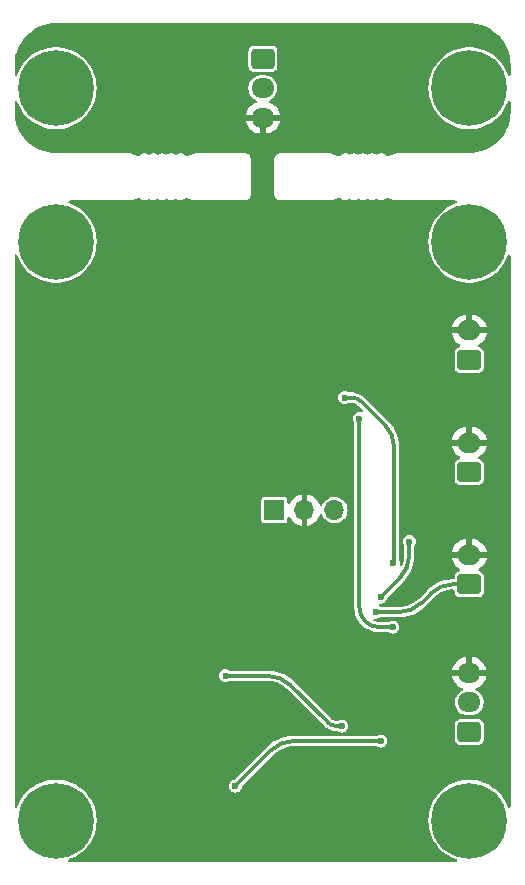
<source format=gbr>
%TF.GenerationSoftware,KiCad,Pcbnew,8.0.5*%
%TF.CreationDate,2025-01-18T16:16:31+01:00*%
%TF.ProjectId,Floppy voltmeter clock,466c6f70-7079-4207-966f-6c746d657465,1.0*%
%TF.SameCoordinates,Original*%
%TF.FileFunction,Copper,L2,Bot*%
%TF.FilePolarity,Positive*%
%FSLAX46Y46*%
G04 Gerber Fmt 4.6, Leading zero omitted, Abs format (unit mm)*
G04 Created by KiCad (PCBNEW 8.0.5) date 2025-01-18 16:16:31*
%MOMM*%
%LPD*%
G01*
G04 APERTURE LIST*
G04 Aperture macros list*
%AMRoundRect*
0 Rectangle with rounded corners*
0 $1 Rounding radius*
0 $2 $3 $4 $5 $6 $7 $8 $9 X,Y pos of 4 corners*
0 Add a 4 corners polygon primitive as box body*
4,1,4,$2,$3,$4,$5,$6,$7,$8,$9,$2,$3,0*
0 Add four circle primitives for the rounded corners*
1,1,$1+$1,$2,$3*
1,1,$1+$1,$4,$5*
1,1,$1+$1,$6,$7*
1,1,$1+$1,$8,$9*
0 Add four rect primitives between the rounded corners*
20,1,$1+$1,$2,$3,$4,$5,0*
20,1,$1+$1,$4,$5,$6,$7,0*
20,1,$1+$1,$6,$7,$8,$9,0*
20,1,$1+$1,$8,$9,$2,$3,0*%
G04 Aperture macros list end*
%TA.AperFunction,ComponentPad*%
%ADD10RoundRect,0.250000X0.750000X-0.600000X0.750000X0.600000X-0.750000X0.600000X-0.750000X-0.600000X0*%
%TD*%
%TA.AperFunction,ComponentPad*%
%ADD11O,2.000000X1.700000*%
%TD*%
%TA.AperFunction,ComponentPad*%
%ADD12C,0.800000*%
%TD*%
%TA.AperFunction,ComponentPad*%
%ADD13C,6.400000*%
%TD*%
%TA.AperFunction,ComponentPad*%
%ADD14RoundRect,0.250000X0.725000X-0.600000X0.725000X0.600000X-0.725000X0.600000X-0.725000X-0.600000X0*%
%TD*%
%TA.AperFunction,ComponentPad*%
%ADD15O,1.950000X1.700000*%
%TD*%
%TA.AperFunction,ComponentPad*%
%ADD16R,1.700000X1.700000*%
%TD*%
%TA.AperFunction,ComponentPad*%
%ADD17O,1.700000X1.700000*%
%TD*%
%TA.AperFunction,ComponentPad*%
%ADD18RoundRect,0.250000X-0.725000X0.600000X-0.725000X-0.600000X0.725000X-0.600000X0.725000X0.600000X0*%
%TD*%
%TA.AperFunction,ViaPad*%
%ADD19C,0.600000*%
%TD*%
%TA.AperFunction,Conductor*%
%ADD20C,0.350000*%
%TD*%
G04 APERTURE END LIST*
D10*
%TO.P,J5,1,Pin_1*%
%TO.N,/V_MINUTES*%
X216000000Y-106500000D03*
D11*
%TO.P,J5,2,Pin_2*%
%TO.N,GND*%
X216000000Y-104000000D03*
%TD*%
D12*
%TO.P,H3,1*%
%TO.N,N/C*%
X213600000Y-136000000D03*
X214302944Y-134302944D03*
X214302944Y-137697056D03*
X216000000Y-133600000D03*
D13*
X216000000Y-136000000D03*
D12*
X216000000Y-138400000D03*
X217697056Y-134302944D03*
X217697056Y-137697056D03*
X218400000Y-136000000D03*
%TD*%
D14*
%TO.P,J3,1,Pin_1*%
%TO.N,/BUTTON_MINUTE*%
X216000000Y-128500000D03*
D15*
%TO.P,J3,2,Pin_2*%
%TO.N,/BUTTON_HOURS*%
X216000000Y-126000000D03*
%TO.P,J3,3,Pin_3*%
%TO.N,GND*%
X216000000Y-123500000D03*
%TD*%
D12*
%TO.P,H4,1*%
%TO.N,N/C*%
X178600000Y-136000000D03*
X179302944Y-134302944D03*
X179302944Y-137697056D03*
X181000000Y-133600000D03*
D13*
X181000000Y-136000000D03*
D12*
X181000000Y-138400000D03*
X182697056Y-134302944D03*
X182697056Y-137697056D03*
X183400000Y-136000000D03*
%TD*%
%TO.P,H2,1*%
%TO.N,N/C*%
X213600000Y-87000000D03*
X214302944Y-85302944D03*
X214302944Y-88697056D03*
X216000000Y-84600000D03*
D13*
X216000000Y-87000000D03*
D12*
X216000000Y-89400000D03*
X217697056Y-85302944D03*
X217697056Y-88697056D03*
X218400000Y-87000000D03*
%TD*%
D10*
%TO.P,J6,1,Pin_1*%
%TO.N,Net-(J6-Pin_1)*%
X216000000Y-97000000D03*
D11*
%TO.P,J6,2,Pin_2*%
%TO.N,GND*%
X216000000Y-94500000D03*
%TD*%
D10*
%TO.P,J4,1,Pin_1*%
%TO.N,/V_HOURS*%
X216000000Y-116000000D03*
D11*
%TO.P,J4,2,Pin_2*%
%TO.N,GND*%
X216000000Y-113500000D03*
%TD*%
D16*
%TO.P,J7,1,Pin_1*%
%TO.N,/SWCLK*%
X199505000Y-109711000D03*
D17*
%TO.P,J7,2,Pin_2*%
%TO.N,GND*%
X202045000Y-109711000D03*
%TO.P,J7,3,Pin_3*%
%TO.N,/SWDIO*%
X204585000Y-109711000D03*
%TD*%
D12*
%TO.P,H5,1*%
%TO.N,N/C*%
X178600000Y-74000000D03*
X179302944Y-72302944D03*
X179302944Y-75697056D03*
X181000000Y-71600000D03*
D13*
X181000000Y-74000000D03*
D12*
X181000000Y-76400000D03*
X182697056Y-72302944D03*
X182697056Y-75697056D03*
X183400000Y-74000000D03*
%TD*%
%TO.P,H1,1*%
%TO.N,N/C*%
X178600000Y-87000000D03*
X179302944Y-85302944D03*
X179302944Y-88697056D03*
X181000000Y-84600000D03*
D13*
X181000000Y-87000000D03*
D12*
X181000000Y-89400000D03*
X182697056Y-85302944D03*
X182697056Y-88697056D03*
X183400000Y-87000000D03*
%TD*%
%TO.P,H6,1*%
%TO.N,N/C*%
X213600000Y-74000000D03*
X214302944Y-72302944D03*
X214302944Y-75697056D03*
X216000000Y-71600000D03*
D13*
X216000000Y-74000000D03*
D12*
X216000000Y-76400000D03*
X217697056Y-72302944D03*
X217697056Y-75697056D03*
X218400000Y-74000000D03*
%TD*%
D18*
%TO.P,J1,1,Pin_1*%
%TO.N,/BUTTON_MINUTE*%
X198525000Y-71500000D03*
D15*
%TO.P,J1,2,Pin_2*%
%TO.N,/BUTTON_HOURS*%
X198525000Y-74000000D03*
%TO.P,J1,3,Pin_3*%
%TO.N,GND*%
X198525000Y-76500000D03*
%TD*%
D19*
%TO.N,GND*%
X191870000Y-118474000D03*
X188060000Y-99170000D03*
X200252000Y-125586000D03*
X192632000Y-111362000D03*
X179932000Y-122030000D03*
X179932000Y-110346000D03*
X207237000Y-127999000D03*
X205586000Y-117966000D03*
X210158000Y-86978000D03*
X179932000Y-116442000D03*
X200506000Y-99424000D03*
X210158000Y-94344000D03*
X197458000Y-128888000D03*
X192886000Y-138286000D03*
X203554000Y-124570000D03*
X189584000Y-131428000D03*
X179932000Y-131428000D03*
X189584000Y-127618000D03*
X211682000Y-130920000D03*
X205078000Y-138286000D03*
X179932000Y-127618000D03*
X188060000Y-87232000D03*
%TO.N,+3V3*%
X195363000Y-123744000D03*
X205205000Y-127999000D03*
%TO.N,/BUTTON_HOURS*%
X209567000Y-114156000D03*
X205459000Y-100186000D03*
%TO.N,/BUTTON_MINUTE*%
X206689000Y-101964000D03*
X209523000Y-119617000D03*
%TO.N,/V_HOURS*%
X208126000Y-118347000D03*
%TO.N,/LED_ALIVE*%
X210920000Y-112378000D03*
X208507000Y-117077000D03*
%TO.N,/RESET*%
X208507000Y-129269000D03*
X196188000Y-133079000D03*
%TD*%
D20*
%TO.N,+3V3*%
X204760499Y-127999002D02*
X205205000Y-127999000D01*
X204001688Y-127684695D02*
X200857893Y-124540900D01*
X198934015Y-123744003D02*
X195363000Y-123744000D01*
X198934015Y-123744003D02*
G75*
G02*
X200857891Y-124540902I-15J-2720797D01*
G01*
X204001688Y-127684695D02*
G75*
G03*
X204760499Y-127999010I758812J758795D01*
G01*
%TO.N,/BUTTON_HOURS*%
X209608497Y-114114499D02*
X209567000Y-114156000D01*
X205999797Y-100186000D02*
X205459000Y-100186000D01*
X208853102Y-102498508D02*
X206922995Y-100568402D01*
X209649995Y-114014309D02*
X209649998Y-104422386D01*
X205999797Y-100186000D02*
G75*
G02*
X206922997Y-100568400I3J-1305600D01*
G01*
X209649995Y-114014309D02*
G75*
G02*
X209608492Y-114114494I-141695J9D01*
G01*
X208853102Y-102498508D02*
G75*
G02*
X209650001Y-104422386I-1923902J-1923892D01*
G01*
%TO.N,/BUTTON_MINUTE*%
X206688985Y-117950865D02*
X206689000Y-101964000D01*
X209523000Y-119617000D02*
X208355139Y-119616999D01*
X206688985Y-117950865D02*
G75*
G03*
X207176976Y-119129018I1666115J-35D01*
G01*
X207176992Y-119129002D02*
G75*
G03*
X208355139Y-119616963I1178108J1178202D01*
G01*
%TO.N,/V_HOURS*%
X214647982Y-116000000D02*
X216000000Y-116000000D01*
X210047011Y-118346992D02*
X208126000Y-118347000D01*
X212724100Y-116796893D02*
X211970894Y-117550094D01*
X211970894Y-117550094D02*
G75*
G02*
X210047011Y-118346997I-1923894J1923894D01*
G01*
X214647982Y-116000000D02*
G75*
G03*
X212724107Y-116796900I18J-2720800D01*
G01*
%TO.N,/LED_ALIVE*%
X210123103Y-115460896D02*
X208507000Y-117077000D01*
X210920000Y-112378000D02*
X210920000Y-113537018D01*
X210920000Y-113537018D02*
G75*
G02*
X210123100Y-115460893I-2720800J18D01*
G01*
%TO.N,/RESET*%
X199201107Y-130065910D02*
X196188000Y-133079000D01*
X208507000Y-129269000D02*
X201124989Y-129269013D01*
X201124989Y-129269013D02*
G75*
G03*
X199201112Y-130065915I11J-2720787D01*
G01*
%TD*%
%TA.AperFunction,Conductor*%
%TO.N,GND*%
G36*
X216003032Y-68500648D02*
G01*
X216336929Y-68517052D01*
X216349037Y-68518245D01*
X216452146Y-68533539D01*
X216676699Y-68566849D01*
X216688617Y-68569219D01*
X217009951Y-68649709D01*
X217021588Y-68653240D01*
X217092806Y-68678722D01*
X217333467Y-68764832D01*
X217344688Y-68769479D01*
X217644163Y-68911120D01*
X217654871Y-68916844D01*
X217938988Y-69087137D01*
X217949106Y-69093897D01*
X218215170Y-69291224D01*
X218224576Y-69298944D01*
X218470013Y-69521395D01*
X218478604Y-69529986D01*
X218665755Y-69736475D01*
X218701055Y-69775423D01*
X218708775Y-69784829D01*
X218906102Y-70050893D01*
X218912862Y-70061011D01*
X219041776Y-70276092D01*
X219083148Y-70345116D01*
X219088883Y-70355844D01*
X219199608Y-70589953D01*
X219230514Y-70655297D01*
X219235170Y-70666540D01*
X219346759Y-70978411D01*
X219350292Y-70990055D01*
X219430777Y-71311369D01*
X219433151Y-71323305D01*
X219481754Y-71650962D01*
X219482947Y-71663071D01*
X219499351Y-71996966D01*
X219499500Y-72003051D01*
X219499500Y-72814661D01*
X219479815Y-72881700D01*
X219427011Y-72927455D01*
X219357853Y-72937399D01*
X219294297Y-72908374D01*
X219260307Y-72860558D01*
X219136193Y-72549054D01*
X219136184Y-72549036D01*
X219133406Y-72543797D01*
X218960928Y-72218469D01*
X218960926Y-72218465D01*
X218853369Y-72059830D01*
X218750954Y-71908779D01*
X218750950Y-71908774D01*
X218750947Y-71908770D01*
X218508727Y-71623608D01*
X218237087Y-71366297D01*
X218237086Y-71366296D01*
X218152208Y-71301773D01*
X217939220Y-71139864D01*
X217939216Y-71139861D01*
X217939210Y-71139857D01*
X217939205Y-71139853D01*
X217618621Y-70946966D01*
X217618608Y-70946959D01*
X217279048Y-70789862D01*
X217279043Y-70789860D01*
X217279038Y-70789858D01*
X217106203Y-70731623D01*
X216924461Y-70670386D01*
X216559047Y-70589953D01*
X216187082Y-70549500D01*
X216187081Y-70549500D01*
X215812919Y-70549500D01*
X215812917Y-70549500D01*
X215440952Y-70589953D01*
X215075538Y-70670386D01*
X214801440Y-70762741D01*
X214720962Y-70789858D01*
X214720959Y-70789859D01*
X214720951Y-70789862D01*
X214381391Y-70946959D01*
X214381378Y-70946966D01*
X214060794Y-71139853D01*
X214060789Y-71139857D01*
X213762913Y-71366296D01*
X213762912Y-71366297D01*
X213491272Y-71623608D01*
X213249052Y-71908770D01*
X213249045Y-71908780D01*
X213039073Y-72218465D01*
X212863815Y-72549036D01*
X212863806Y-72549054D01*
X212725318Y-72896635D01*
X212725317Y-72896637D01*
X212625223Y-73257146D01*
X212625222Y-73257149D01*
X212564688Y-73626389D01*
X212544432Y-73999997D01*
X212544432Y-74000002D01*
X212564688Y-74373610D01*
X212609369Y-74646153D01*
X212620972Y-74716930D01*
X212625222Y-74742850D01*
X212625223Y-74742853D01*
X212725317Y-75103362D01*
X212725318Y-75103364D01*
X212863806Y-75450945D01*
X212863815Y-75450963D01*
X213039073Y-75781534D01*
X213249045Y-76091219D01*
X213249052Y-76091229D01*
X213457751Y-76336927D01*
X213491273Y-76376392D01*
X213762913Y-76633703D01*
X214060780Y-76860136D01*
X214060785Y-76860139D01*
X214060789Y-76860142D01*
X214060794Y-76860146D01*
X214381378Y-77053033D01*
X214381383Y-77053036D01*
X214381387Y-77053037D01*
X214381391Y-77053040D01*
X214720951Y-77210137D01*
X214720962Y-77210142D01*
X215075538Y-77329613D01*
X215440951Y-77410046D01*
X215812919Y-77450500D01*
X215812925Y-77450500D01*
X216187075Y-77450500D01*
X216187081Y-77450500D01*
X216559049Y-77410046D01*
X216924462Y-77329613D01*
X217279038Y-77210142D01*
X217618617Y-77053036D01*
X217802114Y-76942630D01*
X217939205Y-76860146D01*
X217939210Y-76860142D01*
X217939209Y-76860142D01*
X217939220Y-76860136D01*
X218237087Y-76633703D01*
X218508727Y-76376392D01*
X218750954Y-76091221D01*
X218960928Y-75781531D01*
X219136189Y-75450955D01*
X219260307Y-75139440D01*
X219303407Y-75084449D01*
X219369396Y-75061488D01*
X219437323Y-75077849D01*
X219485622Y-75128337D01*
X219499500Y-75185338D01*
X219499500Y-75996948D01*
X219499351Y-76003033D01*
X219482947Y-76336928D01*
X219481754Y-76349037D01*
X219433151Y-76676694D01*
X219430777Y-76688630D01*
X219350292Y-77009944D01*
X219346759Y-77021588D01*
X219235170Y-77333459D01*
X219230514Y-77344702D01*
X219088885Y-77644151D01*
X219083148Y-77654883D01*
X218912862Y-77938988D01*
X218906102Y-77949106D01*
X218708775Y-78215170D01*
X218701055Y-78224576D01*
X218478611Y-78470006D01*
X218470006Y-78478611D01*
X218224576Y-78701055D01*
X218215170Y-78708775D01*
X217949106Y-78906102D01*
X217938988Y-78912862D01*
X217654883Y-79083148D01*
X217644151Y-79088885D01*
X217344702Y-79230514D01*
X217333459Y-79235170D01*
X217021588Y-79346759D01*
X217009944Y-79350292D01*
X216688630Y-79430777D01*
X216676694Y-79433151D01*
X216349037Y-79481754D01*
X216336928Y-79482947D01*
X216021989Y-79498419D01*
X216003031Y-79499351D01*
X215996949Y-79499500D01*
X209863161Y-79499500D01*
X209592035Y-79536765D01*
X209592029Y-79536766D01*
X209328506Y-79610602D01*
X209077485Y-79719635D01*
X209075023Y-79720912D01*
X209074161Y-79721079D01*
X209073604Y-79721322D01*
X209073550Y-79721198D01*
X209006444Y-79734277D01*
X208941526Y-79708442D01*
X208930911Y-79697768D01*
X208930247Y-79698433D01*
X208831316Y-79599502D01*
X208831314Y-79599500D01*
X208774250Y-79566554D01*
X208717187Y-79533608D01*
X208653539Y-79516554D01*
X208589892Y-79499500D01*
X208458108Y-79499500D01*
X208330812Y-79533608D01*
X208216680Y-79599503D01*
X208212482Y-79602725D01*
X208147312Y-79627916D01*
X208078868Y-79613875D01*
X208061518Y-79602725D01*
X208057319Y-79599503D01*
X207943187Y-79533608D01*
X207879539Y-79516554D01*
X207815892Y-79499500D01*
X207684108Y-79499500D01*
X207556814Y-79533608D01*
X207556813Y-79533608D01*
X207556811Y-79533609D01*
X207556810Y-79533609D01*
X207437000Y-79602782D01*
X207369100Y-79619255D01*
X207313000Y-79602782D01*
X207193189Y-79533609D01*
X207193186Y-79533608D01*
X207065892Y-79499500D01*
X206934108Y-79499500D01*
X206806814Y-79533608D01*
X206806813Y-79533608D01*
X206806811Y-79533609D01*
X206806810Y-79533609D01*
X206687000Y-79602782D01*
X206619100Y-79619255D01*
X206563000Y-79602782D01*
X206443189Y-79533609D01*
X206443186Y-79533608D01*
X206315892Y-79499500D01*
X206184108Y-79499500D01*
X206056812Y-79533608D01*
X205987045Y-79573889D01*
X205942686Y-79599500D01*
X205942684Y-79599501D01*
X205935648Y-79603564D01*
X205934691Y-79601907D01*
X205879304Y-79623313D01*
X205810861Y-79609268D01*
X205798746Y-79601482D01*
X205795315Y-79599501D01*
X205795314Y-79599500D01*
X205742545Y-79569034D01*
X205681187Y-79533608D01*
X205617539Y-79516554D01*
X205553892Y-79499500D01*
X205422108Y-79499500D01*
X205294812Y-79533608D01*
X205180686Y-79599500D01*
X205180683Y-79599502D01*
X205081753Y-79698433D01*
X205080479Y-79697159D01*
X205032206Y-79732402D01*
X204962460Y-79736552D01*
X204925845Y-79721662D01*
X204922509Y-79719633D01*
X204671493Y-79610602D01*
X204407970Y-79536766D01*
X204407966Y-79536765D01*
X204407965Y-79536765D01*
X204272401Y-79518132D01*
X204136839Y-79499500D01*
X204136838Y-79499500D01*
X204065892Y-79499500D01*
X200065892Y-79499500D01*
X199934108Y-79499500D01*
X199806812Y-79533608D01*
X199692686Y-79599500D01*
X199692683Y-79599502D01*
X199599502Y-79692683D01*
X199599500Y-79692686D01*
X199533608Y-79806812D01*
X199499500Y-79934108D01*
X199499500Y-83065891D01*
X199533608Y-83193187D01*
X199537946Y-83200700D01*
X199599500Y-83307314D01*
X199692686Y-83400500D01*
X199806814Y-83466392D01*
X199934108Y-83500500D01*
X199934110Y-83500500D01*
X204136839Y-83500500D01*
X204166068Y-83496482D01*
X204407965Y-83463235D01*
X204671492Y-83389398D01*
X204922511Y-83280365D01*
X204925834Y-83278343D01*
X204993341Y-83260327D01*
X205059871Y-83281667D01*
X205081372Y-83301947D01*
X205081753Y-83301567D01*
X205087499Y-83307313D01*
X205087500Y-83307314D01*
X205180686Y-83400500D01*
X205294814Y-83466392D01*
X205422108Y-83500500D01*
X205422110Y-83500500D01*
X205553890Y-83500500D01*
X205553892Y-83500500D01*
X205681186Y-83466392D01*
X205795314Y-83400500D01*
X205795315Y-83400498D01*
X205800999Y-83397217D01*
X205868899Y-83380744D01*
X205925001Y-83397217D01*
X205930684Y-83400498D01*
X205930686Y-83400500D01*
X206044814Y-83466392D01*
X206172108Y-83500500D01*
X206172110Y-83500500D01*
X206303890Y-83500500D01*
X206303892Y-83500500D01*
X206431186Y-83466392D01*
X206545314Y-83400500D01*
X206545315Y-83400498D01*
X206552352Y-83396436D01*
X206553309Y-83398094D01*
X206608679Y-83376687D01*
X206677124Y-83390724D01*
X206689235Y-83398507D01*
X206692684Y-83400498D01*
X206692686Y-83400500D01*
X206806814Y-83466392D01*
X206934108Y-83500500D01*
X206934110Y-83500500D01*
X207065890Y-83500500D01*
X207065892Y-83500500D01*
X207193186Y-83466392D01*
X207307314Y-83400500D01*
X207307315Y-83400498D01*
X207312999Y-83397217D01*
X207380899Y-83380744D01*
X207437001Y-83397217D01*
X207442684Y-83400498D01*
X207442686Y-83400500D01*
X207556814Y-83466392D01*
X207684108Y-83500500D01*
X207684110Y-83500500D01*
X207815890Y-83500500D01*
X207815892Y-83500500D01*
X207943186Y-83466392D01*
X208057314Y-83400500D01*
X208057321Y-83400492D01*
X208061512Y-83397278D01*
X208126681Y-83372083D01*
X208195126Y-83386120D01*
X208212488Y-83397278D01*
X208216681Y-83400495D01*
X208216686Y-83400500D01*
X208330814Y-83466392D01*
X208458108Y-83500500D01*
X208458110Y-83500500D01*
X208589890Y-83500500D01*
X208589892Y-83500500D01*
X208717186Y-83466392D01*
X208831314Y-83400500D01*
X208924500Y-83307314D01*
X208924500Y-83307313D01*
X208930247Y-83301567D01*
X208932937Y-83304257D01*
X208974451Y-83273075D01*
X209044134Y-83267976D01*
X209075029Y-83279090D01*
X209077482Y-83280360D01*
X209077489Y-83280365D01*
X209328508Y-83389398D01*
X209592035Y-83463235D01*
X209830399Y-83495996D01*
X209863161Y-83500500D01*
X209863162Y-83500500D01*
X209934108Y-83500500D01*
X214823379Y-83500500D01*
X214890418Y-83520185D01*
X214936173Y-83572989D01*
X214946117Y-83642147D01*
X214917092Y-83705703D01*
X214862973Y-83742008D01*
X214720962Y-83789858D01*
X214720959Y-83789859D01*
X214720951Y-83789862D01*
X214381391Y-83946959D01*
X214381378Y-83946966D01*
X214060794Y-84139853D01*
X214060789Y-84139857D01*
X213762913Y-84366296D01*
X213762912Y-84366297D01*
X213491272Y-84623608D01*
X213249052Y-84908770D01*
X213249045Y-84908780D01*
X213039073Y-85218465D01*
X212863815Y-85549036D01*
X212863806Y-85549054D01*
X212725318Y-85896635D01*
X212725317Y-85896637D01*
X212625223Y-86257146D01*
X212625222Y-86257149D01*
X212564688Y-86626389D01*
X212544432Y-86999997D01*
X212544432Y-87000002D01*
X212564688Y-87373610D01*
X212625222Y-87742850D01*
X212625223Y-87742853D01*
X212725317Y-88103362D01*
X212725318Y-88103364D01*
X212863806Y-88450945D01*
X212863815Y-88450963D01*
X213039073Y-88781534D01*
X213249045Y-89091219D01*
X213249052Y-89091229D01*
X213491272Y-89376391D01*
X213491273Y-89376392D01*
X213762913Y-89633703D01*
X214060780Y-89860136D01*
X214060785Y-89860139D01*
X214060789Y-89860142D01*
X214060794Y-89860146D01*
X214381378Y-90053033D01*
X214381383Y-90053036D01*
X214381387Y-90053037D01*
X214381391Y-90053040D01*
X214720951Y-90210137D01*
X214720962Y-90210142D01*
X215075538Y-90329613D01*
X215440951Y-90410046D01*
X215812919Y-90450500D01*
X215812925Y-90450500D01*
X216187075Y-90450500D01*
X216187081Y-90450500D01*
X216559049Y-90410046D01*
X216924462Y-90329613D01*
X217279038Y-90210142D01*
X217618617Y-90053036D01*
X217739912Y-89980055D01*
X217939205Y-89860146D01*
X217939210Y-89860142D01*
X217939209Y-89860142D01*
X217939220Y-89860136D01*
X218237087Y-89633703D01*
X218508727Y-89376392D01*
X218750954Y-89091221D01*
X218960928Y-88781531D01*
X219136189Y-88450955D01*
X219260307Y-88139440D01*
X219303407Y-88084449D01*
X219369396Y-88061488D01*
X219437323Y-88077849D01*
X219485622Y-88128337D01*
X219499500Y-88185338D01*
X219499500Y-134814661D01*
X219479815Y-134881700D01*
X219427011Y-134927455D01*
X219357853Y-134937399D01*
X219294297Y-134908374D01*
X219260307Y-134860558D01*
X219136193Y-134549054D01*
X219136184Y-134549036D01*
X218960926Y-134218465D01*
X218853369Y-134059830D01*
X218750954Y-133908779D01*
X218750950Y-133908774D01*
X218750947Y-133908770D01*
X218508727Y-133623608D01*
X218237087Y-133366297D01*
X218237086Y-133366296D01*
X218048204Y-133222712D01*
X217939220Y-133139864D01*
X217939216Y-133139861D01*
X217939210Y-133139857D01*
X217939205Y-133139853D01*
X217618621Y-132946966D01*
X217618608Y-132946959D01*
X217279048Y-132789862D01*
X217279043Y-132789860D01*
X217279038Y-132789858D01*
X217106203Y-132731623D01*
X216924461Y-132670386D01*
X216559047Y-132589953D01*
X216187082Y-132549500D01*
X216187081Y-132549500D01*
X215812919Y-132549500D01*
X215812917Y-132549500D01*
X215440952Y-132589953D01*
X215075538Y-132670386D01*
X214801440Y-132762741D01*
X214720962Y-132789858D01*
X214720959Y-132789859D01*
X214720951Y-132789862D01*
X214381391Y-132946959D01*
X214381378Y-132946966D01*
X214060794Y-133139853D01*
X214060789Y-133139857D01*
X213762913Y-133366296D01*
X213762912Y-133366297D01*
X213491272Y-133623608D01*
X213249052Y-133908770D01*
X213249045Y-133908780D01*
X213039073Y-134218465D01*
X212863815Y-134549036D01*
X212863806Y-134549054D01*
X212725318Y-134896635D01*
X212725317Y-134896637D01*
X212625223Y-135257146D01*
X212625222Y-135257149D01*
X212564688Y-135626389D01*
X212544432Y-135999997D01*
X212544432Y-136000002D01*
X212564688Y-136373610D01*
X212625222Y-136742850D01*
X212625223Y-136742853D01*
X212725317Y-137103362D01*
X212725318Y-137103364D01*
X212863806Y-137450945D01*
X212863815Y-137450963D01*
X213039073Y-137781534D01*
X213149376Y-137944218D01*
X213241492Y-138080080D01*
X213249045Y-138091219D01*
X213249052Y-138091229D01*
X213358482Y-138220059D01*
X213491273Y-138376392D01*
X213762913Y-138633703D01*
X214060780Y-138860136D01*
X214060785Y-138860139D01*
X214060789Y-138860142D01*
X214060794Y-138860146D01*
X214365353Y-139043391D01*
X214381383Y-139053036D01*
X214381387Y-139053037D01*
X214381391Y-139053040D01*
X214453245Y-139086283D01*
X214720962Y-139210142D01*
X214862973Y-139257991D01*
X214920217Y-139298051D01*
X214946717Y-139362701D01*
X214934057Y-139431414D01*
X214886258Y-139482375D01*
X214823379Y-139499500D01*
X182176621Y-139499500D01*
X182109582Y-139479815D01*
X182063827Y-139427011D01*
X182053883Y-139357853D01*
X182082908Y-139294297D01*
X182137026Y-139257991D01*
X182279038Y-139210142D01*
X182618617Y-139053036D01*
X182739912Y-138980055D01*
X182939205Y-138860146D01*
X182939210Y-138860142D01*
X182939209Y-138860142D01*
X182939220Y-138860136D01*
X183237087Y-138633703D01*
X183508727Y-138376392D01*
X183750954Y-138091221D01*
X183960928Y-137781531D01*
X184136189Y-137450955D01*
X184274680Y-137103368D01*
X184374779Y-136742845D01*
X184435311Y-136373613D01*
X184455568Y-136000000D01*
X184451995Y-135934108D01*
X184435311Y-135626389D01*
X184435311Y-135626387D01*
X184374779Y-135257155D01*
X184285999Y-134937399D01*
X184274682Y-134896637D01*
X184274681Y-134896635D01*
X184268730Y-134881700D01*
X184136189Y-134549045D01*
X183960928Y-134218469D01*
X183960926Y-134218465D01*
X183853369Y-134059830D01*
X183750954Y-133908779D01*
X183750950Y-133908774D01*
X183750947Y-133908770D01*
X183508727Y-133623608D01*
X183237087Y-133366297D01*
X183237086Y-133366296D01*
X183048204Y-133222712D01*
X182939220Y-133139864D01*
X182939216Y-133139861D01*
X182939210Y-133139857D01*
X182939205Y-133139853D01*
X182838064Y-133078999D01*
X195632750Y-133078999D01*
X195632750Y-133079000D01*
X195651670Y-133222708D01*
X195651671Y-133222712D01*
X195707137Y-133356622D01*
X195707138Y-133356624D01*
X195707139Y-133356625D01*
X195795379Y-133471621D01*
X195910375Y-133559861D01*
X196044291Y-133615330D01*
X196171280Y-133632048D01*
X196187999Y-133634250D01*
X196188000Y-133634250D01*
X196188001Y-133634250D01*
X196202977Y-133632278D01*
X196331709Y-133615330D01*
X196465625Y-133559861D01*
X196580621Y-133471621D01*
X196668861Y-133356625D01*
X196724330Y-133222709D01*
X196730705Y-133174280D01*
X196758971Y-133110385D01*
X196765949Y-133102798D01*
X199499540Y-130369224D01*
X199504557Y-130364481D01*
X199688722Y-130199900D01*
X199699576Y-130191245D01*
X199898153Y-130050347D01*
X199909916Y-130042956D01*
X200123025Y-129925174D01*
X200135525Y-129919155D01*
X200360485Y-129825973D01*
X200373581Y-129821390D01*
X200607554Y-129753982D01*
X200621110Y-129750889D01*
X200861145Y-129710104D01*
X200874943Y-129708550D01*
X201104809Y-129695639D01*
X201121396Y-129694708D01*
X201128349Y-129694513D01*
X201237524Y-129694513D01*
X201237527Y-129694511D01*
X208115135Y-129694500D01*
X208182174Y-129714184D01*
X208190621Y-129720124D01*
X208229375Y-129749861D01*
X208363291Y-129805330D01*
X208485239Y-129821385D01*
X208506999Y-129824250D01*
X208507000Y-129824250D01*
X208507001Y-129824250D01*
X208528761Y-129821385D01*
X208650709Y-129805330D01*
X208784625Y-129749861D01*
X208899621Y-129661621D01*
X208987861Y-129546625D01*
X209043330Y-129412709D01*
X209062250Y-129269000D01*
X209043330Y-129125291D01*
X209001315Y-129023857D01*
X208987862Y-128991377D01*
X208987861Y-128991376D01*
X208987861Y-128991375D01*
X208899621Y-128876379D01*
X208784625Y-128788139D01*
X208784624Y-128788138D01*
X208784622Y-128788137D01*
X208650712Y-128732671D01*
X208650710Y-128732670D01*
X208650709Y-128732670D01*
X208578854Y-128723210D01*
X208507001Y-128713750D01*
X208506999Y-128713750D01*
X208363291Y-128732670D01*
X208363287Y-128732671D01*
X208229374Y-128788138D01*
X208190620Y-128817876D01*
X208125450Y-128843070D01*
X208115134Y-128843500D01*
X201186167Y-128843512D01*
X201176354Y-128843512D01*
X201176336Y-128843507D01*
X200970424Y-128843507D01*
X200662775Y-128873810D01*
X200662759Y-128873813D01*
X200359590Y-128934117D01*
X200359566Y-128934123D01*
X200063763Y-129023855D01*
X199778155Y-129142159D01*
X199778150Y-129142161D01*
X199505538Y-129287876D01*
X199505520Y-129287887D01*
X199248500Y-129459623D01*
X199248486Y-129459633D01*
X199009528Y-129655742D01*
X198944179Y-129721089D01*
X198944175Y-129721093D01*
X198900235Y-129765034D01*
X198900232Y-129765037D01*
X198856977Y-129808289D01*
X198856973Y-129808294D01*
X198856973Y-129808295D01*
X198856972Y-129808296D01*
X198300801Y-130364464D01*
X196164216Y-132501036D01*
X196102893Y-132534520D01*
X196092723Y-132536293D01*
X196044289Y-132542670D01*
X195910377Y-132598137D01*
X195795379Y-132686379D01*
X195707137Y-132801377D01*
X195651671Y-132935287D01*
X195651670Y-132935291D01*
X195632750Y-133078999D01*
X182838064Y-133078999D01*
X182618621Y-132946966D01*
X182618608Y-132946959D01*
X182279048Y-132789862D01*
X182279043Y-132789860D01*
X182279038Y-132789858D01*
X182106203Y-132731623D01*
X181924461Y-132670386D01*
X181559047Y-132589953D01*
X181187082Y-132549500D01*
X181187081Y-132549500D01*
X180812919Y-132549500D01*
X180812917Y-132549500D01*
X180440952Y-132589953D01*
X180075538Y-132670386D01*
X179801440Y-132762741D01*
X179720962Y-132789858D01*
X179720959Y-132789859D01*
X179720951Y-132789862D01*
X179381391Y-132946959D01*
X179381378Y-132946966D01*
X179060794Y-133139853D01*
X179060789Y-133139857D01*
X178762913Y-133366296D01*
X178762912Y-133366297D01*
X178491272Y-133623608D01*
X178249052Y-133908770D01*
X178249045Y-133908780D01*
X178039073Y-134218465D01*
X177863815Y-134549036D01*
X177863806Y-134549054D01*
X177739693Y-134860558D01*
X177696593Y-134915550D01*
X177630604Y-134938511D01*
X177562677Y-134922150D01*
X177514378Y-134871662D01*
X177500500Y-134814661D01*
X177500500Y-123743999D01*
X194807750Y-123743999D01*
X194807750Y-123744000D01*
X194826670Y-123887708D01*
X194826671Y-123887712D01*
X194882137Y-124021622D01*
X194882138Y-124021624D01*
X194882139Y-124021625D01*
X194970379Y-124136621D01*
X195085375Y-124224861D01*
X195085376Y-124224861D01*
X195085377Y-124224862D01*
X195090667Y-124227053D01*
X195219291Y-124280330D01*
X195341216Y-124296382D01*
X195362999Y-124299250D01*
X195363000Y-124299250D01*
X195363001Y-124299250D01*
X195384784Y-124296382D01*
X195506709Y-124280330D01*
X195640625Y-124224861D01*
X195679378Y-124195124D01*
X195744545Y-124169930D01*
X195754863Y-124169500D01*
X198848170Y-124169501D01*
X198848174Y-124169503D01*
X198872835Y-124169503D01*
X198930532Y-124169503D01*
X198937485Y-124169698D01*
X199184053Y-124183545D01*
X199197860Y-124185101D01*
X199437899Y-124225887D01*
X199451443Y-124228978D01*
X199564869Y-124261656D01*
X199685405Y-124296382D01*
X199698531Y-124300975D01*
X199923467Y-124394147D01*
X199935989Y-124400178D01*
X200149077Y-124517949D01*
X200160850Y-124525346D01*
X200359412Y-124666232D01*
X200370284Y-124674902D01*
X200554477Y-124839507D01*
X200559531Y-124844286D01*
X203746030Y-128030786D01*
X203746121Y-128030866D01*
X203770269Y-128055014D01*
X203770278Y-128055022D01*
X203884023Y-128142303D01*
X203926124Y-128174609D01*
X204096254Y-128272835D01*
X204277749Y-128348014D01*
X204467505Y-128398860D01*
X204662274Y-128424502D01*
X204662281Y-128424502D01*
X204760499Y-128424502D01*
X204813140Y-128424502D01*
X204880177Y-128444187D01*
X204888625Y-128450127D01*
X204927373Y-128479860D01*
X204927374Y-128479860D01*
X204927375Y-128479861D01*
X205061291Y-128535330D01*
X205188280Y-128552048D01*
X205204999Y-128554250D01*
X205205000Y-128554250D01*
X205205001Y-128554250D01*
X205219977Y-128552278D01*
X205348709Y-128535330D01*
X205482625Y-128479861D01*
X205597621Y-128391621D01*
X205685861Y-128276625D01*
X205741330Y-128142709D01*
X205760250Y-127999000D01*
X205741330Y-127855291D01*
X205740023Y-127852135D01*
X214774500Y-127852135D01*
X214774500Y-129147870D01*
X214774501Y-129147876D01*
X214780908Y-129207483D01*
X214831202Y-129342328D01*
X214831206Y-129342335D01*
X214917452Y-129457544D01*
X214917455Y-129457547D01*
X215032664Y-129543793D01*
X215032671Y-129543797D01*
X215167517Y-129594091D01*
X215167516Y-129594091D01*
X215174444Y-129594835D01*
X215227127Y-129600500D01*
X216772872Y-129600499D01*
X216832483Y-129594091D01*
X216967331Y-129543796D01*
X217082546Y-129457546D01*
X217168796Y-129342331D01*
X217219091Y-129207483D01*
X217225500Y-129147873D01*
X217225499Y-127852128D01*
X217219091Y-127792517D01*
X217168796Y-127657669D01*
X217168795Y-127657668D01*
X217168793Y-127657664D01*
X217082547Y-127542455D01*
X217082544Y-127542452D01*
X216967335Y-127456206D01*
X216967328Y-127456202D01*
X216832482Y-127405908D01*
X216832483Y-127405908D01*
X216772883Y-127399501D01*
X216772881Y-127399500D01*
X216772873Y-127399500D01*
X216772864Y-127399500D01*
X215227129Y-127399500D01*
X215227123Y-127399501D01*
X215167516Y-127405908D01*
X215032671Y-127456202D01*
X215032664Y-127456206D01*
X214917455Y-127542452D01*
X214917452Y-127542455D01*
X214831206Y-127657664D01*
X214831202Y-127657671D01*
X214780908Y-127792517D01*
X214774501Y-127852116D01*
X214774501Y-127852123D01*
X214774500Y-127852135D01*
X205740023Y-127852135D01*
X205685861Y-127721375D01*
X205597621Y-127606379D01*
X205482625Y-127518139D01*
X205482624Y-127518138D01*
X205482622Y-127518137D01*
X205348712Y-127462671D01*
X205348710Y-127462670D01*
X205348709Y-127462670D01*
X205276854Y-127453210D01*
X205205001Y-127443750D01*
X205204999Y-127443750D01*
X205061291Y-127462670D01*
X205061287Y-127462671D01*
X204927374Y-127518138D01*
X204888619Y-127547877D01*
X204823450Y-127573071D01*
X204813133Y-127573501D01*
X204766588Y-127573501D01*
X204754434Y-127572904D01*
X204646313Y-127562255D01*
X204622471Y-127557512D01*
X204524355Y-127527748D01*
X204501897Y-127518446D01*
X204411476Y-127470114D01*
X204391265Y-127456609D01*
X204307216Y-127387631D01*
X204298197Y-127379456D01*
X204253944Y-127335200D01*
X204253918Y-127335177D01*
X201209098Y-124290357D01*
X201209086Y-124290343D01*
X201180397Y-124261656D01*
X201180396Y-124261655D01*
X201119156Y-124200415D01*
X201119155Y-124200414D01*
X201114050Y-124195309D01*
X201114003Y-124195267D01*
X201102281Y-124183545D01*
X201049469Y-124130734D01*
X201049463Y-124130729D01*
X200810511Y-123934626D01*
X200810488Y-123934609D01*
X200553488Y-123762888D01*
X200553460Y-123762871D01*
X200280848Y-123617156D01*
X200280843Y-123617154D01*
X200240132Y-123600291D01*
X199995241Y-123498853D01*
X199699420Y-123409116D01*
X199699415Y-123409115D01*
X199396239Y-123348808D01*
X199396227Y-123348806D01*
X199088584Y-123318504D01*
X199088581Y-123318503D01*
X199088571Y-123318503D01*
X198990034Y-123318503D01*
X198990033Y-123318503D01*
X198931079Y-123318502D01*
X198931078Y-123318502D01*
X198872836Y-123318502D01*
X195754864Y-123318500D01*
X195687824Y-123298815D01*
X195679390Y-123292885D01*
X195640625Y-123263139D01*
X195640624Y-123263138D01*
X195640622Y-123263137D01*
X195608906Y-123250000D01*
X214547769Y-123250000D01*
X215595854Y-123250000D01*
X215557370Y-123316657D01*
X215525000Y-123437465D01*
X215525000Y-123562535D01*
X215557370Y-123683343D01*
X215595854Y-123750000D01*
X214547769Y-123750000D01*
X214558242Y-123816126D01*
X214558242Y-123816129D01*
X214623904Y-124018217D01*
X214720379Y-124207557D01*
X214845272Y-124379459D01*
X214845276Y-124379464D01*
X214995535Y-124529723D01*
X214995540Y-124529727D01*
X215167442Y-124654620D01*
X215356778Y-124751093D01*
X215405022Y-124766768D01*
X215462698Y-124806205D01*
X215489897Y-124870563D01*
X215477983Y-124939410D01*
X215430740Y-124990886D01*
X215423000Y-124995185D01*
X215298211Y-125058768D01*
X215218256Y-125116859D01*
X215158072Y-125160586D01*
X215158070Y-125160588D01*
X215158069Y-125160588D01*
X215035588Y-125283069D01*
X215035588Y-125283070D01*
X215035586Y-125283072D01*
X214991859Y-125343256D01*
X214933768Y-125423211D01*
X214855128Y-125577552D01*
X214801597Y-125742302D01*
X214774500Y-125913389D01*
X214774500Y-126086611D01*
X214801598Y-126257701D01*
X214855127Y-126422445D01*
X214933768Y-126576788D01*
X215035586Y-126716928D01*
X215158072Y-126839414D01*
X215298212Y-126941232D01*
X215452555Y-127019873D01*
X215617299Y-127073402D01*
X215788389Y-127100500D01*
X215788390Y-127100500D01*
X216211610Y-127100500D01*
X216211611Y-127100500D01*
X216382701Y-127073402D01*
X216547445Y-127019873D01*
X216701788Y-126941232D01*
X216841928Y-126839414D01*
X216964414Y-126716928D01*
X217066232Y-126576788D01*
X217144873Y-126422445D01*
X217198402Y-126257701D01*
X217225500Y-126086611D01*
X217225500Y-125913389D01*
X217198402Y-125742299D01*
X217144873Y-125577555D01*
X217066232Y-125423212D01*
X216964414Y-125283072D01*
X216841928Y-125160586D01*
X216701788Y-125058768D01*
X216576999Y-124995185D01*
X216526203Y-124947210D01*
X216509408Y-124879389D01*
X216531945Y-124813255D01*
X216586660Y-124769803D01*
X216594978Y-124766768D01*
X216643219Y-124751094D01*
X216832557Y-124654620D01*
X217004459Y-124529727D01*
X217004464Y-124529723D01*
X217154723Y-124379464D01*
X217154727Y-124379459D01*
X217279620Y-124207557D01*
X217376095Y-124018217D01*
X217441757Y-123816129D01*
X217441757Y-123816126D01*
X217452231Y-123750000D01*
X216404146Y-123750000D01*
X216442630Y-123683343D01*
X216475000Y-123562535D01*
X216475000Y-123437465D01*
X216442630Y-123316657D01*
X216404146Y-123250000D01*
X217452231Y-123250000D01*
X217441757Y-123183873D01*
X217441757Y-123183870D01*
X217376095Y-122981782D01*
X217279620Y-122792442D01*
X217154727Y-122620540D01*
X217154723Y-122620535D01*
X217004464Y-122470276D01*
X217004459Y-122470272D01*
X216832557Y-122345379D01*
X216643217Y-122248904D01*
X216441128Y-122183242D01*
X216250000Y-122152969D01*
X216250000Y-123095854D01*
X216183343Y-123057370D01*
X216062535Y-123025000D01*
X215937465Y-123025000D01*
X215816657Y-123057370D01*
X215750000Y-123095854D01*
X215750000Y-122152969D01*
X215558872Y-122183242D01*
X215558869Y-122183242D01*
X215356782Y-122248904D01*
X215167442Y-122345379D01*
X214995540Y-122470272D01*
X214995535Y-122470276D01*
X214845276Y-122620535D01*
X214845272Y-122620540D01*
X214720379Y-122792442D01*
X214623904Y-122981782D01*
X214558242Y-123183870D01*
X214558242Y-123183873D01*
X214547769Y-123250000D01*
X195608906Y-123250000D01*
X195506712Y-123207671D01*
X195506710Y-123207670D01*
X195506709Y-123207670D01*
X195434854Y-123198210D01*
X195363001Y-123188750D01*
X195362999Y-123188750D01*
X195219291Y-123207670D01*
X195219287Y-123207671D01*
X195085377Y-123263137D01*
X194970379Y-123351379D01*
X194882137Y-123466377D01*
X194826671Y-123600287D01*
X194826670Y-123600291D01*
X194807750Y-123743999D01*
X177500500Y-123743999D01*
X177500500Y-108836321D01*
X198404500Y-108836321D01*
X198404500Y-110585678D01*
X198419032Y-110658735D01*
X198419033Y-110658739D01*
X198419034Y-110658740D01*
X198474399Y-110741601D01*
X198557260Y-110796966D01*
X198557264Y-110796967D01*
X198630321Y-110811499D01*
X198630324Y-110811500D01*
X198630326Y-110811500D01*
X200379676Y-110811500D01*
X200379677Y-110811499D01*
X200452740Y-110796966D01*
X200535601Y-110741601D01*
X200590966Y-110658740D01*
X200605500Y-110585674D01*
X200605500Y-110377681D01*
X200625185Y-110310642D01*
X200677989Y-110264887D01*
X200747147Y-110254943D01*
X200810703Y-110283968D01*
X200841882Y-110325277D01*
X200871398Y-110388575D01*
X200871399Y-110388577D01*
X201006894Y-110582082D01*
X201173917Y-110749105D01*
X201367421Y-110884600D01*
X201581507Y-110984429D01*
X201581516Y-110984433D01*
X201795000Y-111041634D01*
X201795000Y-110144012D01*
X201852007Y-110176925D01*
X201979174Y-110211000D01*
X202110826Y-110211000D01*
X202237993Y-110176925D01*
X202295000Y-110144012D01*
X202295000Y-111041633D01*
X202508483Y-110984433D01*
X202508492Y-110984429D01*
X202722578Y-110884600D01*
X202916082Y-110749105D01*
X203083105Y-110582082D01*
X203218600Y-110388578D01*
X203318429Y-110174492D01*
X203318431Y-110174489D01*
X203327406Y-110140992D01*
X203363770Y-110081331D01*
X203426616Y-110050800D01*
X203495992Y-110059094D01*
X203549871Y-110103578D01*
X203558182Y-110117811D01*
X203645327Y-110292821D01*
X203768237Y-110455581D01*
X203918958Y-110592980D01*
X203918960Y-110592982D01*
X204018141Y-110654392D01*
X204092363Y-110700348D01*
X204282544Y-110774024D01*
X204483024Y-110811500D01*
X204483026Y-110811500D01*
X204686974Y-110811500D01*
X204686976Y-110811500D01*
X204887456Y-110774024D01*
X205077637Y-110700348D01*
X205251041Y-110592981D01*
X205401764Y-110455579D01*
X205524673Y-110292821D01*
X205615582Y-110110250D01*
X205671397Y-109914083D01*
X205690215Y-109711000D01*
X205684115Y-109645174D01*
X205671397Y-109507917D01*
X205615582Y-109311750D01*
X205615159Y-109310901D01*
X205534093Y-109148098D01*
X205524673Y-109129179D01*
X205401764Y-108966421D01*
X205401762Y-108966418D01*
X205251041Y-108829019D01*
X205251039Y-108829017D01*
X205077642Y-108721655D01*
X205077635Y-108721651D01*
X204951769Y-108672891D01*
X204887456Y-108647976D01*
X204686976Y-108610500D01*
X204483024Y-108610500D01*
X204282544Y-108647976D01*
X204282541Y-108647976D01*
X204282541Y-108647977D01*
X204092364Y-108721651D01*
X204092357Y-108721655D01*
X203918960Y-108829017D01*
X203918958Y-108829019D01*
X203768237Y-108966418D01*
X203645327Y-109129178D01*
X203558182Y-109304188D01*
X203510679Y-109355425D01*
X203443016Y-109372846D01*
X203376676Y-109350920D01*
X203332721Y-109296609D01*
X203327407Y-109281008D01*
X203318434Y-109247518D01*
X203318429Y-109247507D01*
X203218600Y-109033422D01*
X203218599Y-109033420D01*
X203083113Y-108839926D01*
X203083108Y-108839920D01*
X202916082Y-108672894D01*
X202722578Y-108537399D01*
X202508492Y-108437570D01*
X202508486Y-108437567D01*
X202295000Y-108380364D01*
X202295000Y-109277988D01*
X202237993Y-109245075D01*
X202110826Y-109211000D01*
X201979174Y-109211000D01*
X201852007Y-109245075D01*
X201795000Y-109277988D01*
X201795000Y-108380364D01*
X201794999Y-108380364D01*
X201581513Y-108437567D01*
X201581507Y-108437570D01*
X201367422Y-108537399D01*
X201367420Y-108537400D01*
X201173926Y-108672886D01*
X201173920Y-108672891D01*
X201006891Y-108839920D01*
X201006886Y-108839926D01*
X200871400Y-109033420D01*
X200871399Y-109033422D01*
X200841882Y-109096723D01*
X200795710Y-109149162D01*
X200728516Y-109168314D01*
X200661635Y-109148098D01*
X200616300Y-109094933D01*
X200605500Y-109044318D01*
X200605500Y-108836323D01*
X200605499Y-108836321D01*
X200590967Y-108763264D01*
X200590966Y-108763260D01*
X200535601Y-108680399D01*
X200452740Y-108625034D01*
X200452739Y-108625033D01*
X200452735Y-108625032D01*
X200379677Y-108610500D01*
X200379674Y-108610500D01*
X198630326Y-108610500D01*
X198630323Y-108610500D01*
X198557264Y-108625032D01*
X198557260Y-108625033D01*
X198474399Y-108680399D01*
X198419033Y-108763260D01*
X198419032Y-108763264D01*
X198404500Y-108836321D01*
X177500500Y-108836321D01*
X177500500Y-100186000D01*
X204903750Y-100186000D01*
X204914483Y-100267527D01*
X204922670Y-100329708D01*
X204922671Y-100329712D01*
X204978137Y-100463622D01*
X204978138Y-100463624D01*
X204978139Y-100463625D01*
X205066379Y-100578621D01*
X205181375Y-100666861D01*
X205315291Y-100722330D01*
X205442280Y-100739048D01*
X205458999Y-100741250D01*
X205459000Y-100741250D01*
X205459001Y-100741250D01*
X205473977Y-100739278D01*
X205602709Y-100722330D01*
X205736625Y-100666861D01*
X205775378Y-100637124D01*
X205840545Y-100611930D01*
X205850864Y-100611500D01*
X205938617Y-100611500D01*
X205938620Y-100611501D01*
X205994924Y-100611500D01*
X206004651Y-100611881D01*
X206127749Y-100621569D01*
X206146963Y-100624612D01*
X206262281Y-100652298D01*
X206280778Y-100658308D01*
X206390339Y-100703689D01*
X206407671Y-100712519D01*
X206508794Y-100774487D01*
X206524528Y-100785919D01*
X206618389Y-100866084D01*
X206625538Y-100872693D01*
X206643101Y-100890256D01*
X206672439Y-100919596D01*
X206672453Y-100919608D01*
X206985648Y-101232803D01*
X207019133Y-101294126D01*
X207014149Y-101363818D01*
X206972277Y-101419751D01*
X206906813Y-101444168D01*
X206850516Y-101435046D01*
X206832709Y-101427670D01*
X206760854Y-101418210D01*
X206689001Y-101408750D01*
X206688999Y-101408750D01*
X206545291Y-101427670D01*
X206545287Y-101427671D01*
X206411377Y-101483137D01*
X206296379Y-101571379D01*
X206208137Y-101686377D01*
X206152671Y-101820287D01*
X206152670Y-101820291D01*
X206133750Y-101963999D01*
X206133750Y-101964000D01*
X206152670Y-102107708D01*
X206152671Y-102107712D01*
X206208138Y-102241623D01*
X206208139Y-102241625D01*
X206237874Y-102280377D01*
X206263068Y-102345546D01*
X206263498Y-102355863D01*
X206263485Y-118014689D01*
X206263505Y-118015013D01*
X206263505Y-118068314D01*
X206263505Y-118068320D01*
X206289805Y-118301772D01*
X206289806Y-118301779D01*
X206289808Y-118301788D01*
X206342075Y-118530804D01*
X206342079Y-118530815D01*
X206419663Y-118752550D01*
X206419666Y-118752556D01*
X206521596Y-118964220D01*
X206521599Y-118964224D01*
X206629617Y-119136139D01*
X206646583Y-119163140D01*
X206793058Y-119346815D01*
X206793061Y-119346818D01*
X206827477Y-119381235D01*
X206827509Y-119381271D01*
X206839782Y-119393543D01*
X206839845Y-119393659D01*
X206959144Y-119512947D01*
X206959168Y-119512971D01*
X207142849Y-119659440D01*
X207341774Y-119784423D01*
X207341773Y-119784423D01*
X207414181Y-119819289D01*
X207553441Y-119886348D01*
X207775190Y-119963934D01*
X208004231Y-120016204D01*
X208237684Y-120042502D01*
X208353485Y-120042499D01*
X209131135Y-120042499D01*
X209198174Y-120062184D01*
X209206606Y-120068112D01*
X209245375Y-120097861D01*
X209379291Y-120153330D01*
X209506280Y-120170048D01*
X209522999Y-120172250D01*
X209523000Y-120172250D01*
X209523001Y-120172250D01*
X209537977Y-120170278D01*
X209666709Y-120153330D01*
X209800625Y-120097861D01*
X209915621Y-120009621D01*
X210003861Y-119894625D01*
X210059330Y-119760709D01*
X210078250Y-119617000D01*
X210059330Y-119473291D01*
X210003861Y-119339375D01*
X209915621Y-119224379D01*
X209800625Y-119136139D01*
X209800624Y-119136138D01*
X209800622Y-119136137D01*
X209666712Y-119080671D01*
X209666710Y-119080670D01*
X209666709Y-119080670D01*
X209594854Y-119071210D01*
X209523001Y-119061750D01*
X209522999Y-119061750D01*
X209379291Y-119080670D01*
X209379287Y-119080671D01*
X209245375Y-119136138D01*
X209206620Y-119165876D01*
X209141451Y-119191069D01*
X209131135Y-119191499D01*
X208424959Y-119191499D01*
X208424930Y-119191497D01*
X208416307Y-119191497D01*
X208408626Y-119191497D01*
X208359999Y-119191498D01*
X208350271Y-119191116D01*
X208170775Y-119176994D01*
X208151557Y-119173951D01*
X207981227Y-119133063D01*
X207962775Y-119127073D01*
X207961293Y-119126460D01*
X207906868Y-119082646D01*
X207884770Y-119016363D01*
X207902016Y-118948655D01*
X207953129Y-118901019D01*
X208021883Y-118888579D01*
X208024843Y-118888932D01*
X208100673Y-118898915D01*
X208125999Y-118902250D01*
X208126000Y-118902250D01*
X208126001Y-118902250D01*
X208140977Y-118900278D01*
X208269709Y-118883330D01*
X208403625Y-118827861D01*
X208442380Y-118798122D01*
X208507545Y-118772927D01*
X208517846Y-118772497D01*
X209985833Y-118772492D01*
X209985835Y-118772493D01*
X209995645Y-118772492D01*
X209995655Y-118772495D01*
X210047013Y-118772495D01*
X210047013Y-118772496D01*
X210201580Y-118772495D01*
X210509224Y-118742194D01*
X210812418Y-118681884D01*
X211108240Y-118592146D01*
X211393842Y-118473845D01*
X211666473Y-118328120D01*
X211923508Y-118156375D01*
X212162472Y-117960262D01*
X212223248Y-117899484D01*
X212223257Y-117899478D01*
X212232154Y-117890580D01*
X212232156Y-117890580D01*
X213022509Y-117100230D01*
X213027517Y-117095494D01*
X213211717Y-116930884D01*
X213222569Y-116922230D01*
X213421145Y-116781332D01*
X213432906Y-116773942D01*
X213646019Y-116656159D01*
X213658519Y-116650139D01*
X213883479Y-116556957D01*
X213896575Y-116552374D01*
X214130548Y-116484966D01*
X214144104Y-116481873D01*
X214384138Y-116441088D01*
X214397936Y-116439534D01*
X214618549Y-116427143D01*
X214686585Y-116443037D01*
X214735229Y-116493193D01*
X214749501Y-116550948D01*
X214749501Y-116647876D01*
X214755908Y-116707483D01*
X214806202Y-116842328D01*
X214806206Y-116842335D01*
X214892452Y-116957544D01*
X214892455Y-116957547D01*
X215007664Y-117043793D01*
X215007671Y-117043797D01*
X215142517Y-117094091D01*
X215142516Y-117094091D01*
X215149444Y-117094835D01*
X215202127Y-117100500D01*
X216797872Y-117100499D01*
X216857483Y-117094091D01*
X216992331Y-117043796D01*
X217107546Y-116957546D01*
X217193796Y-116842331D01*
X217244091Y-116707483D01*
X217250500Y-116647873D01*
X217250499Y-115352128D01*
X217244091Y-115292517D01*
X217195614Y-115162544D01*
X217193797Y-115157671D01*
X217193793Y-115157664D01*
X217107547Y-115042455D01*
X217107544Y-115042452D01*
X216992335Y-114956206D01*
X216992328Y-114956202D01*
X216857482Y-114905908D01*
X216849938Y-114904126D01*
X216850695Y-114900921D01*
X216799979Y-114879808D01*
X216760233Y-114822345D01*
X216757864Y-114752515D01*
X216793623Y-114692490D01*
X216821664Y-114672909D01*
X216857558Y-114654620D01*
X217029459Y-114529727D01*
X217029464Y-114529723D01*
X217179723Y-114379464D01*
X217179727Y-114379459D01*
X217304620Y-114207557D01*
X217401095Y-114018217D01*
X217466757Y-113816129D01*
X217466757Y-113816126D01*
X217477231Y-113750000D01*
X216433012Y-113750000D01*
X216465925Y-113692993D01*
X216500000Y-113565826D01*
X216500000Y-113434174D01*
X216465925Y-113307007D01*
X216433012Y-113250000D01*
X217477231Y-113250000D01*
X217466757Y-113183873D01*
X217466757Y-113183870D01*
X217401095Y-112981782D01*
X217304620Y-112792442D01*
X217179727Y-112620540D01*
X217179723Y-112620535D01*
X217029464Y-112470276D01*
X217029459Y-112470272D01*
X216857557Y-112345379D01*
X216668217Y-112248904D01*
X216466129Y-112183242D01*
X216256246Y-112150000D01*
X216250000Y-112150000D01*
X216250000Y-113066988D01*
X216192993Y-113034075D01*
X216065826Y-113000000D01*
X215934174Y-113000000D01*
X215807007Y-113034075D01*
X215750000Y-113066988D01*
X215750000Y-112150000D01*
X215743754Y-112150000D01*
X215533872Y-112183242D01*
X215533869Y-112183242D01*
X215331782Y-112248904D01*
X215142442Y-112345379D01*
X214970540Y-112470272D01*
X214970535Y-112470276D01*
X214820276Y-112620535D01*
X214820272Y-112620540D01*
X214695379Y-112792442D01*
X214598904Y-112981782D01*
X214533242Y-113183870D01*
X214533242Y-113183873D01*
X214522769Y-113250000D01*
X215566988Y-113250000D01*
X215534075Y-113307007D01*
X215500000Y-113434174D01*
X215500000Y-113565826D01*
X215534075Y-113692993D01*
X215566988Y-113750000D01*
X214522769Y-113750000D01*
X214533242Y-113816126D01*
X214533242Y-113816129D01*
X214598904Y-114018217D01*
X214695379Y-114207557D01*
X214820272Y-114379459D01*
X214820276Y-114379464D01*
X214970535Y-114529723D01*
X214970540Y-114529727D01*
X215142446Y-114654623D01*
X215142447Y-114654624D01*
X215178336Y-114672911D01*
X215229132Y-114720885D01*
X215245927Y-114788706D01*
X215223389Y-114854841D01*
X215168674Y-114898292D01*
X215149812Y-114903041D01*
X215150068Y-114904124D01*
X215142520Y-114905907D01*
X215007671Y-114956202D01*
X215007664Y-114956206D01*
X214892455Y-115042452D01*
X214892452Y-115042455D01*
X214806206Y-115157664D01*
X214806202Y-115157671D01*
X214755908Y-115292517D01*
X214749501Y-115352116D01*
X214749501Y-115352123D01*
X214749500Y-115352135D01*
X214749500Y-115450490D01*
X214729815Y-115517529D01*
X214677011Y-115563284D01*
X214625501Y-115574490D01*
X214493417Y-115574490D01*
X214185767Y-115604793D01*
X214185755Y-115604795D01*
X213882580Y-115665103D01*
X213882575Y-115665104D01*
X213882572Y-115665105D01*
X213586747Y-115754842D01*
X213301149Y-115873143D01*
X213301144Y-115873145D01*
X213028532Y-116018860D01*
X213028514Y-116018871D01*
X212771480Y-116190615D01*
X212532521Y-116386723D01*
X212462847Y-116456396D01*
X212462840Y-116456404D01*
X212462840Y-116456405D01*
X212462838Y-116456407D01*
X212397497Y-116521748D01*
X212397496Y-116521747D01*
X212379968Y-116539276D01*
X212379964Y-116539278D01*
X211713280Y-117205960D01*
X211713278Y-117205962D01*
X211672502Y-117246737D01*
X211667450Y-117251514D01*
X211483293Y-117416089D01*
X211472420Y-117424760D01*
X211273848Y-117565653D01*
X211262075Y-117573050D01*
X211048992Y-117690819D01*
X211036463Y-117696853D01*
X210811529Y-117790024D01*
X210798404Y-117794617D01*
X210564446Y-117862019D01*
X210550889Y-117865113D01*
X210310865Y-117905896D01*
X210297047Y-117907453D01*
X210050548Y-117921297D01*
X210043595Y-117921492D01*
X209985830Y-117921492D01*
X208517862Y-117921497D01*
X208450823Y-117901813D01*
X208442376Y-117895873D01*
X208403626Y-117866140D01*
X208403625Y-117866139D01*
X208397887Y-117863762D01*
X208343485Y-117819921D01*
X208321421Y-117753627D01*
X208338701Y-117685927D01*
X208389839Y-117638318D01*
X208458598Y-117625913D01*
X208461486Y-117626257D01*
X208507000Y-117632250D01*
X208650709Y-117613330D01*
X208784625Y-117557861D01*
X208899621Y-117469621D01*
X208987861Y-117354625D01*
X209043330Y-117220709D01*
X209049706Y-117172277D01*
X209077970Y-117108383D01*
X209084951Y-117100794D01*
X210371808Y-115813936D01*
X210371820Y-115813927D01*
X210380716Y-115805029D01*
X210380719Y-115805029D01*
X210423977Y-115761769D01*
X210463587Y-115722159D01*
X210463587Y-115722157D01*
X210470627Y-115715118D01*
X210470666Y-115715071D01*
X210533268Y-115652471D01*
X210729380Y-115413508D01*
X210901124Y-115156474D01*
X211046849Y-114883844D01*
X211165149Y-114598243D01*
X211254887Y-114302423D01*
X211315197Y-113999230D01*
X211345499Y-113691587D01*
X211345500Y-113537021D01*
X211345501Y-113475843D01*
X211345500Y-113475839D01*
X211345500Y-112769864D01*
X211365185Y-112702825D01*
X211371114Y-112694390D01*
X211400861Y-112655625D01*
X211456330Y-112521709D01*
X211475250Y-112378000D01*
X211456330Y-112234291D01*
X211400861Y-112100375D01*
X211312621Y-111985379D01*
X211197625Y-111897139D01*
X211197624Y-111897138D01*
X211197622Y-111897137D01*
X211063712Y-111841671D01*
X211063710Y-111841670D01*
X211063709Y-111841670D01*
X210991854Y-111832210D01*
X210920001Y-111822750D01*
X210919999Y-111822750D01*
X210776291Y-111841670D01*
X210776287Y-111841671D01*
X210642377Y-111897137D01*
X210527379Y-111985379D01*
X210439137Y-112100377D01*
X210383671Y-112234287D01*
X210383670Y-112234291D01*
X210364750Y-112377999D01*
X210364750Y-112378000D01*
X210383670Y-112521708D01*
X210383671Y-112521712D01*
X210439137Y-112655622D01*
X210439138Y-112655624D01*
X210439139Y-112655625D01*
X210468875Y-112694378D01*
X210494070Y-112759545D01*
X210494500Y-112769864D01*
X210494500Y-113533532D01*
X210494305Y-113540486D01*
X210480456Y-113787052D01*
X210478899Y-113800869D01*
X210438117Y-114040893D01*
X210435023Y-114054450D01*
X210367620Y-114288407D01*
X210363026Y-114301533D01*
X210342416Y-114351288D01*
X210298575Y-114405691D01*
X210232280Y-114427755D01*
X210164581Y-114410475D01*
X210116971Y-114359337D01*
X210104567Y-114290577D01*
X210104908Y-114287721D01*
X210122250Y-114156000D01*
X210103330Y-114012291D01*
X210084932Y-113967874D01*
X210075495Y-113920426D01*
X210075495Y-111822750D01*
X210075496Y-104501920D01*
X210075498Y-104501914D01*
X210075498Y-104483563D01*
X210075499Y-104483562D01*
X210075498Y-104473747D01*
X210075500Y-104473741D01*
X210075500Y-104422384D01*
X210075501Y-104422384D01*
X210075500Y-104267817D01*
X210045198Y-103960174D01*
X210003392Y-103750000D01*
X214522769Y-103750000D01*
X215566988Y-103750000D01*
X215534075Y-103807007D01*
X215500000Y-103934174D01*
X215500000Y-104065826D01*
X215534075Y-104192993D01*
X215566988Y-104250000D01*
X214522769Y-104250000D01*
X214533242Y-104316126D01*
X214533242Y-104316129D01*
X214598904Y-104518217D01*
X214695379Y-104707557D01*
X214820272Y-104879459D01*
X214820276Y-104879464D01*
X214970535Y-105029723D01*
X214970540Y-105029727D01*
X215142446Y-105154623D01*
X215142447Y-105154624D01*
X215178336Y-105172911D01*
X215229132Y-105220885D01*
X215245927Y-105288706D01*
X215223389Y-105354841D01*
X215168674Y-105398292D01*
X215149812Y-105403041D01*
X215150068Y-105404124D01*
X215142520Y-105405907D01*
X215007671Y-105456202D01*
X215007664Y-105456206D01*
X214892455Y-105542452D01*
X214892452Y-105542455D01*
X214806206Y-105657664D01*
X214806202Y-105657671D01*
X214755908Y-105792517D01*
X214749501Y-105852116D01*
X214749501Y-105852123D01*
X214749500Y-105852135D01*
X214749500Y-107147870D01*
X214749501Y-107147876D01*
X214755908Y-107207483D01*
X214806202Y-107342328D01*
X214806206Y-107342335D01*
X214892452Y-107457544D01*
X214892455Y-107457547D01*
X215007664Y-107543793D01*
X215007671Y-107543797D01*
X215142517Y-107594091D01*
X215142516Y-107594091D01*
X215149444Y-107594835D01*
X215202127Y-107600500D01*
X216797872Y-107600499D01*
X216857483Y-107594091D01*
X216992331Y-107543796D01*
X217107546Y-107457546D01*
X217193796Y-107342331D01*
X217244091Y-107207483D01*
X217250500Y-107147873D01*
X217250499Y-105852128D01*
X217244091Y-105792517D01*
X217193796Y-105657669D01*
X217193795Y-105657668D01*
X217193793Y-105657664D01*
X217107547Y-105542455D01*
X217107544Y-105542452D01*
X216992335Y-105456206D01*
X216992328Y-105456202D01*
X216857482Y-105405908D01*
X216849938Y-105404126D01*
X216850695Y-105400921D01*
X216799979Y-105379808D01*
X216760233Y-105322345D01*
X216757864Y-105252515D01*
X216793623Y-105192490D01*
X216821664Y-105172909D01*
X216857558Y-105154620D01*
X217029459Y-105029727D01*
X217029464Y-105029723D01*
X217179723Y-104879464D01*
X217179727Y-104879459D01*
X217304620Y-104707557D01*
X217401095Y-104518217D01*
X217466757Y-104316129D01*
X217466757Y-104316126D01*
X217477231Y-104250000D01*
X216433012Y-104250000D01*
X216465925Y-104192993D01*
X216500000Y-104065826D01*
X216500000Y-103934174D01*
X216465925Y-103807007D01*
X216433012Y-103750000D01*
X217477231Y-103750000D01*
X217466757Y-103683873D01*
X217466757Y-103683870D01*
X217401095Y-103481782D01*
X217304620Y-103292442D01*
X217179727Y-103120540D01*
X217179723Y-103120535D01*
X217029464Y-102970276D01*
X217029459Y-102970272D01*
X216857557Y-102845379D01*
X216668217Y-102748904D01*
X216466129Y-102683242D01*
X216256246Y-102650000D01*
X216250000Y-102650000D01*
X216250000Y-103566988D01*
X216192993Y-103534075D01*
X216065826Y-103500000D01*
X215934174Y-103500000D01*
X215807007Y-103534075D01*
X215750000Y-103566988D01*
X215750000Y-102650000D01*
X215743754Y-102650000D01*
X215533872Y-102683242D01*
X215533869Y-102683242D01*
X215331782Y-102748904D01*
X215142442Y-102845379D01*
X214970540Y-102970272D01*
X214970535Y-102970276D01*
X214820276Y-103120535D01*
X214820272Y-103120540D01*
X214695379Y-103292442D01*
X214598904Y-103481782D01*
X214533242Y-103683870D01*
X214533242Y-103683873D01*
X214522769Y-103750000D01*
X210003392Y-103750000D01*
X209984889Y-103656981D01*
X209895151Y-103361160D01*
X209776851Y-103075559D01*
X209734852Y-102996985D01*
X209631133Y-102802939D01*
X209631132Y-102802937D01*
X209631127Y-102802928D01*
X209459382Y-102545894D01*
X209263271Y-102306930D01*
X209197965Y-102241623D01*
X209153980Y-102197637D01*
X209153975Y-102197633D01*
X209106400Y-102150056D01*
X209106377Y-102150035D01*
X208250468Y-101294126D01*
X207274199Y-100317858D01*
X207274188Y-100317845D01*
X207265373Y-100309031D01*
X207265366Y-100309019D01*
X207143644Y-100187300D01*
X207143640Y-100187296D01*
X206963608Y-100049153D01*
X206963609Y-100049153D01*
X206963607Y-100049152D01*
X206767089Y-99935692D01*
X206767074Y-99935685D01*
X206557449Y-99848856D01*
X206557437Y-99848852D01*
X206557434Y-99848851D01*
X206338242Y-99790119D01*
X206338236Y-99790118D01*
X206338231Y-99790117D01*
X206113259Y-99760500D01*
X206113258Y-99760500D01*
X206055815Y-99760500D01*
X205850864Y-99760500D01*
X205783825Y-99740815D01*
X205775390Y-99734885D01*
X205736625Y-99705139D01*
X205736624Y-99705138D01*
X205736622Y-99705137D01*
X205602712Y-99649671D01*
X205602710Y-99649670D01*
X205602709Y-99649670D01*
X205530854Y-99640210D01*
X205459001Y-99630750D01*
X205458999Y-99630750D01*
X205315291Y-99649670D01*
X205315287Y-99649671D01*
X205181377Y-99705137D01*
X205066379Y-99793379D01*
X204978137Y-99908377D01*
X204922671Y-100042287D01*
X204922670Y-100042291D01*
X204903750Y-100186000D01*
X177500500Y-100186000D01*
X177500500Y-94250000D01*
X214522769Y-94250000D01*
X215566988Y-94250000D01*
X215534075Y-94307007D01*
X215500000Y-94434174D01*
X215500000Y-94565826D01*
X215534075Y-94692993D01*
X215566988Y-94750000D01*
X214522769Y-94750000D01*
X214533242Y-94816126D01*
X214533242Y-94816129D01*
X214598904Y-95018217D01*
X214695379Y-95207557D01*
X214820272Y-95379459D01*
X214820276Y-95379464D01*
X214970535Y-95529723D01*
X214970540Y-95529727D01*
X215142446Y-95654623D01*
X215142447Y-95654624D01*
X215178336Y-95672911D01*
X215229132Y-95720885D01*
X215245927Y-95788706D01*
X215223389Y-95854841D01*
X215168674Y-95898292D01*
X215149812Y-95903041D01*
X215150068Y-95904124D01*
X215142520Y-95905907D01*
X215007671Y-95956202D01*
X215007664Y-95956206D01*
X214892455Y-96042452D01*
X214892452Y-96042455D01*
X214806206Y-96157664D01*
X214806202Y-96157671D01*
X214755908Y-96292517D01*
X214749501Y-96352116D01*
X214749501Y-96352123D01*
X214749500Y-96352135D01*
X214749500Y-97647870D01*
X214749501Y-97647876D01*
X214755908Y-97707483D01*
X214806202Y-97842328D01*
X214806206Y-97842335D01*
X214892452Y-97957544D01*
X214892455Y-97957547D01*
X215007664Y-98043793D01*
X215007671Y-98043797D01*
X215142517Y-98094091D01*
X215142516Y-98094091D01*
X215149444Y-98094835D01*
X215202127Y-98100500D01*
X216797872Y-98100499D01*
X216857483Y-98094091D01*
X216992331Y-98043796D01*
X217107546Y-97957546D01*
X217193796Y-97842331D01*
X217244091Y-97707483D01*
X217250500Y-97647873D01*
X217250499Y-96352128D01*
X217244091Y-96292517D01*
X217193796Y-96157669D01*
X217193795Y-96157668D01*
X217193793Y-96157664D01*
X217107547Y-96042455D01*
X217107544Y-96042452D01*
X216992335Y-95956206D01*
X216992328Y-95956202D01*
X216857482Y-95905908D01*
X216849938Y-95904126D01*
X216850695Y-95900921D01*
X216799979Y-95879808D01*
X216760233Y-95822345D01*
X216757864Y-95752515D01*
X216793623Y-95692490D01*
X216821664Y-95672909D01*
X216857558Y-95654620D01*
X217029459Y-95529727D01*
X217029464Y-95529723D01*
X217179723Y-95379464D01*
X217179727Y-95379459D01*
X217304620Y-95207557D01*
X217401095Y-95018217D01*
X217466757Y-94816129D01*
X217466757Y-94816126D01*
X217477231Y-94750000D01*
X216433012Y-94750000D01*
X216465925Y-94692993D01*
X216500000Y-94565826D01*
X216500000Y-94434174D01*
X216465925Y-94307007D01*
X216433012Y-94250000D01*
X217477231Y-94250000D01*
X217466757Y-94183873D01*
X217466757Y-94183870D01*
X217401095Y-93981782D01*
X217304620Y-93792442D01*
X217179727Y-93620540D01*
X217179723Y-93620535D01*
X217029464Y-93470276D01*
X217029459Y-93470272D01*
X216857557Y-93345379D01*
X216668217Y-93248904D01*
X216466129Y-93183242D01*
X216256246Y-93150000D01*
X216250000Y-93150000D01*
X216250000Y-94066988D01*
X216192993Y-94034075D01*
X216065826Y-94000000D01*
X215934174Y-94000000D01*
X215807007Y-94034075D01*
X215750000Y-94066988D01*
X215750000Y-93150000D01*
X215743754Y-93150000D01*
X215533872Y-93183242D01*
X215533869Y-93183242D01*
X215331782Y-93248904D01*
X215142442Y-93345379D01*
X214970540Y-93470272D01*
X214970535Y-93470276D01*
X214820276Y-93620535D01*
X214820272Y-93620540D01*
X214695379Y-93792442D01*
X214598904Y-93981782D01*
X214533242Y-94183870D01*
X214533242Y-94183873D01*
X214522769Y-94250000D01*
X177500500Y-94250000D01*
X177500500Y-88185338D01*
X177520185Y-88118299D01*
X177572989Y-88072544D01*
X177642147Y-88062600D01*
X177705703Y-88091625D01*
X177739693Y-88139441D01*
X177863806Y-88450945D01*
X177863815Y-88450963D01*
X178039073Y-88781534D01*
X178249045Y-89091219D01*
X178249052Y-89091229D01*
X178491272Y-89376391D01*
X178491273Y-89376392D01*
X178762913Y-89633703D01*
X179060780Y-89860136D01*
X179060785Y-89860139D01*
X179060789Y-89860142D01*
X179060794Y-89860146D01*
X179381378Y-90053033D01*
X179381383Y-90053036D01*
X179381387Y-90053037D01*
X179381391Y-90053040D01*
X179720951Y-90210137D01*
X179720962Y-90210142D01*
X180075538Y-90329613D01*
X180440951Y-90410046D01*
X180812919Y-90450500D01*
X180812925Y-90450500D01*
X181187075Y-90450500D01*
X181187081Y-90450500D01*
X181559049Y-90410046D01*
X181924462Y-90329613D01*
X182279038Y-90210142D01*
X182618617Y-90053036D01*
X182739912Y-89980055D01*
X182939205Y-89860146D01*
X182939210Y-89860142D01*
X182939209Y-89860142D01*
X182939220Y-89860136D01*
X183237087Y-89633703D01*
X183508727Y-89376392D01*
X183750954Y-89091221D01*
X183960928Y-88781531D01*
X184136189Y-88450955D01*
X184274680Y-88103368D01*
X184277941Y-88091625D01*
X184304730Y-87995134D01*
X184374779Y-87742845D01*
X184435311Y-87373613D01*
X184455568Y-87000000D01*
X184451995Y-86934108D01*
X184435311Y-86626389D01*
X184400165Y-86412007D01*
X184374779Y-86257155D01*
X184298979Y-85984149D01*
X184274682Y-85896637D01*
X184274681Y-85896635D01*
X184136193Y-85549054D01*
X184136184Y-85549036D01*
X183960926Y-85218465D01*
X183850624Y-85055782D01*
X183750954Y-84908779D01*
X183750950Y-84908774D01*
X183750947Y-84908770D01*
X183508727Y-84623608D01*
X183237087Y-84366297D01*
X183237086Y-84366296D01*
X183094176Y-84257659D01*
X182939220Y-84139864D01*
X182939216Y-84139861D01*
X182939210Y-84139857D01*
X182939205Y-84139853D01*
X182618621Y-83946966D01*
X182618608Y-83946959D01*
X182279048Y-83789862D01*
X182279043Y-83789860D01*
X182279038Y-83789858D01*
X182137026Y-83742008D01*
X182079783Y-83701949D01*
X182053283Y-83637299D01*
X182065943Y-83568586D01*
X182113742Y-83517625D01*
X182176621Y-83500500D01*
X187136839Y-83500500D01*
X187166068Y-83496482D01*
X187407965Y-83463235D01*
X187671492Y-83389398D01*
X187922511Y-83280365D01*
X187925834Y-83278343D01*
X187993341Y-83260327D01*
X188059871Y-83281667D01*
X188081372Y-83301947D01*
X188081753Y-83301567D01*
X188087499Y-83307313D01*
X188087500Y-83307314D01*
X188180686Y-83400500D01*
X188294814Y-83466392D01*
X188422108Y-83500500D01*
X188422110Y-83500500D01*
X188553890Y-83500500D01*
X188553892Y-83500500D01*
X188681186Y-83466392D01*
X188795314Y-83400500D01*
X188795315Y-83400498D01*
X188800999Y-83397217D01*
X188868899Y-83380744D01*
X188925001Y-83397217D01*
X188930684Y-83400498D01*
X188930686Y-83400500D01*
X189044814Y-83466392D01*
X189172108Y-83500500D01*
X189172110Y-83500500D01*
X189303890Y-83500500D01*
X189303892Y-83500500D01*
X189431186Y-83466392D01*
X189545314Y-83400500D01*
X189545315Y-83400498D01*
X189552352Y-83396436D01*
X189553309Y-83398094D01*
X189608679Y-83376687D01*
X189677124Y-83390724D01*
X189689235Y-83398507D01*
X189692684Y-83400498D01*
X189692686Y-83400500D01*
X189806814Y-83466392D01*
X189934108Y-83500500D01*
X189934110Y-83500500D01*
X190065890Y-83500500D01*
X190065892Y-83500500D01*
X190193186Y-83466392D01*
X190307314Y-83400500D01*
X190307315Y-83400498D01*
X190312999Y-83397217D01*
X190380899Y-83380744D01*
X190437001Y-83397217D01*
X190442684Y-83400498D01*
X190442686Y-83400500D01*
X190556814Y-83466392D01*
X190684108Y-83500500D01*
X190684110Y-83500500D01*
X190815890Y-83500500D01*
X190815892Y-83500500D01*
X190943186Y-83466392D01*
X191057314Y-83400500D01*
X191057321Y-83400492D01*
X191061512Y-83397278D01*
X191126681Y-83372083D01*
X191195126Y-83386120D01*
X191212488Y-83397278D01*
X191216681Y-83400495D01*
X191216686Y-83400500D01*
X191330814Y-83466392D01*
X191458108Y-83500500D01*
X191458110Y-83500500D01*
X191589890Y-83500500D01*
X191589892Y-83500500D01*
X191717186Y-83466392D01*
X191831314Y-83400500D01*
X191924500Y-83307314D01*
X191924500Y-83307313D01*
X191930247Y-83301567D01*
X191932937Y-83304257D01*
X191974451Y-83273075D01*
X192044134Y-83267976D01*
X192075029Y-83279090D01*
X192077482Y-83280360D01*
X192077489Y-83280365D01*
X192328508Y-83389398D01*
X192592035Y-83463235D01*
X192830399Y-83495996D01*
X192863161Y-83500500D01*
X192863162Y-83500500D01*
X197065890Y-83500500D01*
X197065892Y-83500500D01*
X197193186Y-83466392D01*
X197307314Y-83400500D01*
X197400500Y-83307314D01*
X197466392Y-83193186D01*
X197500500Y-83065892D01*
X197500500Y-79934108D01*
X197466392Y-79806814D01*
X197400500Y-79692686D01*
X197307314Y-79599500D01*
X197250250Y-79566554D01*
X197193187Y-79533608D01*
X197129539Y-79516554D01*
X197065892Y-79499500D01*
X193065892Y-79499500D01*
X193000000Y-79499500D01*
X192863162Y-79499500D01*
X192863161Y-79499500D01*
X192592035Y-79536765D01*
X192592029Y-79536766D01*
X192328506Y-79610602D01*
X192077485Y-79719635D01*
X192075023Y-79720912D01*
X192074161Y-79721079D01*
X192073604Y-79721322D01*
X192073550Y-79721198D01*
X192006444Y-79734277D01*
X191941526Y-79708442D01*
X191930911Y-79697768D01*
X191930247Y-79698433D01*
X191831316Y-79599502D01*
X191831314Y-79599500D01*
X191774250Y-79566554D01*
X191717187Y-79533608D01*
X191653539Y-79516554D01*
X191589892Y-79499500D01*
X191458108Y-79499500D01*
X191330812Y-79533608D01*
X191216680Y-79599503D01*
X191212482Y-79602725D01*
X191147312Y-79627916D01*
X191078868Y-79613875D01*
X191061518Y-79602725D01*
X191057319Y-79599503D01*
X190943187Y-79533608D01*
X190879539Y-79516554D01*
X190815892Y-79499500D01*
X190684108Y-79499500D01*
X190556814Y-79533608D01*
X190556813Y-79533608D01*
X190556811Y-79533609D01*
X190556810Y-79533609D01*
X190437000Y-79602782D01*
X190369100Y-79619255D01*
X190313000Y-79602782D01*
X190193189Y-79533609D01*
X190193186Y-79533608D01*
X190065892Y-79499500D01*
X189934108Y-79499500D01*
X189806814Y-79533608D01*
X189806813Y-79533608D01*
X189806811Y-79533609D01*
X189806810Y-79533609D01*
X189687000Y-79602782D01*
X189619100Y-79619255D01*
X189563000Y-79602782D01*
X189443189Y-79533609D01*
X189443186Y-79533608D01*
X189315892Y-79499500D01*
X189184108Y-79499500D01*
X189056812Y-79533608D01*
X188987045Y-79573889D01*
X188942686Y-79599500D01*
X188942684Y-79599501D01*
X188935648Y-79603564D01*
X188934691Y-79601907D01*
X188879304Y-79623313D01*
X188810861Y-79609268D01*
X188798746Y-79601482D01*
X188795315Y-79599501D01*
X188795314Y-79599500D01*
X188742545Y-79569034D01*
X188681187Y-79533608D01*
X188617539Y-79516554D01*
X188553892Y-79499500D01*
X188422108Y-79499500D01*
X188294812Y-79533608D01*
X188180686Y-79599500D01*
X188180683Y-79599502D01*
X188081753Y-79698433D01*
X188080479Y-79697159D01*
X188032206Y-79732402D01*
X187962460Y-79736552D01*
X187925845Y-79721662D01*
X187922509Y-79719633D01*
X187671493Y-79610602D01*
X187407970Y-79536766D01*
X187407966Y-79536765D01*
X187407965Y-79536765D01*
X187272401Y-79518132D01*
X187136839Y-79499500D01*
X187136838Y-79499500D01*
X187065892Y-79499500D01*
X181003051Y-79499500D01*
X180996968Y-79499351D01*
X180976900Y-79498365D01*
X180663071Y-79482947D01*
X180650962Y-79481754D01*
X180323305Y-79433151D01*
X180311369Y-79430777D01*
X179990055Y-79350292D01*
X179978411Y-79346759D01*
X179666540Y-79235170D01*
X179655301Y-79230515D01*
X179355844Y-79088883D01*
X179345121Y-79083150D01*
X179061011Y-78912862D01*
X179050893Y-78906102D01*
X178784829Y-78708775D01*
X178775423Y-78701055D01*
X178736475Y-78665755D01*
X178529986Y-78478604D01*
X178521395Y-78470013D01*
X178298944Y-78224576D01*
X178291224Y-78215170D01*
X178093897Y-77949106D01*
X178087137Y-77938988D01*
X178032019Y-77847029D01*
X177916844Y-77654871D01*
X177911120Y-77644163D01*
X177769479Y-77344688D01*
X177764829Y-77333459D01*
X177653240Y-77021588D01*
X177649707Y-77009944D01*
X177612184Y-76860142D01*
X177569219Y-76688617D01*
X177566848Y-76676694D01*
X177518245Y-76349037D01*
X177517052Y-76336927D01*
X177500649Y-76003032D01*
X177500500Y-75996948D01*
X177500500Y-75185338D01*
X177520185Y-75118299D01*
X177572989Y-75072544D01*
X177642147Y-75062600D01*
X177705703Y-75091625D01*
X177739693Y-75139441D01*
X177863806Y-75450945D01*
X177863815Y-75450963D01*
X178039073Y-75781534D01*
X178249045Y-76091219D01*
X178249052Y-76091229D01*
X178457751Y-76336927D01*
X178491273Y-76376392D01*
X178762913Y-76633703D01*
X179060780Y-76860136D01*
X179060785Y-76860139D01*
X179060789Y-76860142D01*
X179060794Y-76860146D01*
X179381378Y-77053033D01*
X179381383Y-77053036D01*
X179381387Y-77053037D01*
X179381391Y-77053040D01*
X179720951Y-77210137D01*
X179720962Y-77210142D01*
X180075538Y-77329613D01*
X180440951Y-77410046D01*
X180812919Y-77450500D01*
X180812925Y-77450500D01*
X181187075Y-77450500D01*
X181187081Y-77450500D01*
X181559049Y-77410046D01*
X181924462Y-77329613D01*
X182279038Y-77210142D01*
X182618617Y-77053036D01*
X182802114Y-76942630D01*
X182939205Y-76860146D01*
X182939210Y-76860142D01*
X182939209Y-76860142D01*
X182939220Y-76860136D01*
X183237087Y-76633703D01*
X183508727Y-76376392D01*
X183616086Y-76250000D01*
X197072769Y-76250000D01*
X198120854Y-76250000D01*
X198082370Y-76316657D01*
X198050000Y-76437465D01*
X198050000Y-76562535D01*
X198082370Y-76683343D01*
X198120854Y-76750000D01*
X197072769Y-76750000D01*
X197083242Y-76816126D01*
X197083242Y-76816129D01*
X197148904Y-77018217D01*
X197245379Y-77207557D01*
X197370272Y-77379459D01*
X197370276Y-77379464D01*
X197520535Y-77529723D01*
X197520540Y-77529727D01*
X197692442Y-77654620D01*
X197881782Y-77751095D01*
X198083872Y-77816757D01*
X198275000Y-77847029D01*
X198275000Y-76904145D01*
X198341657Y-76942630D01*
X198462465Y-76975000D01*
X198587535Y-76975000D01*
X198708343Y-76942630D01*
X198775000Y-76904145D01*
X198775000Y-77847028D01*
X198966127Y-77816757D01*
X199168217Y-77751095D01*
X199357557Y-77654620D01*
X199529459Y-77529727D01*
X199529464Y-77529723D01*
X199679723Y-77379464D01*
X199679727Y-77379459D01*
X199804620Y-77207557D01*
X199901095Y-77018217D01*
X199966757Y-76816129D01*
X199966757Y-76816126D01*
X199977231Y-76750000D01*
X198929146Y-76750000D01*
X198967630Y-76683343D01*
X199000000Y-76562535D01*
X199000000Y-76437465D01*
X198967630Y-76316657D01*
X198929146Y-76250000D01*
X199977231Y-76250000D01*
X199966757Y-76183873D01*
X199966757Y-76183870D01*
X199901095Y-75981782D01*
X199804620Y-75792442D01*
X199679727Y-75620540D01*
X199679723Y-75620535D01*
X199529464Y-75470276D01*
X199529459Y-75470272D01*
X199357557Y-75345379D01*
X199168217Y-75248904D01*
X199119976Y-75233230D01*
X199062301Y-75193793D01*
X199035102Y-75129434D01*
X199047016Y-75060588D01*
X199094261Y-75009112D01*
X199102000Y-75004814D01*
X199226786Y-74941233D01*
X199226785Y-74941233D01*
X199226788Y-74941232D01*
X199366928Y-74839414D01*
X199489414Y-74716928D01*
X199591232Y-74576788D01*
X199669873Y-74422445D01*
X199723402Y-74257701D01*
X199750500Y-74086611D01*
X199750500Y-73913389D01*
X199723402Y-73742299D01*
X199669873Y-73577555D01*
X199591232Y-73423212D01*
X199489414Y-73283072D01*
X199366928Y-73160586D01*
X199226788Y-73058768D01*
X199072445Y-72980127D01*
X198907701Y-72926598D01*
X198907699Y-72926597D01*
X198907698Y-72926597D01*
X198776271Y-72905781D01*
X198736611Y-72899500D01*
X198313389Y-72899500D01*
X198273728Y-72905781D01*
X198142302Y-72926597D01*
X197977552Y-72980128D01*
X197823211Y-73058768D01*
X197743256Y-73116859D01*
X197683072Y-73160586D01*
X197683070Y-73160588D01*
X197683069Y-73160588D01*
X197560588Y-73283069D01*
X197560588Y-73283070D01*
X197560586Y-73283072D01*
X197516859Y-73343256D01*
X197458768Y-73423211D01*
X197380128Y-73577552D01*
X197326597Y-73742302D01*
X197299500Y-73913389D01*
X197299500Y-74086611D01*
X197326598Y-74257701D01*
X197380127Y-74422445D01*
X197458768Y-74576788D01*
X197560586Y-74716928D01*
X197683072Y-74839414D01*
X197788177Y-74915777D01*
X197823213Y-74941233D01*
X197947999Y-75004814D01*
X197998796Y-75052788D01*
X198015591Y-75120609D01*
X197993054Y-75186744D01*
X197938339Y-75230196D01*
X197930024Y-75233230D01*
X197881781Y-75248905D01*
X197692442Y-75345379D01*
X197520540Y-75470272D01*
X197520535Y-75470276D01*
X197370276Y-75620535D01*
X197370272Y-75620540D01*
X197245379Y-75792442D01*
X197148904Y-75981782D01*
X197083242Y-76183870D01*
X197083242Y-76183873D01*
X197072769Y-76250000D01*
X183616086Y-76250000D01*
X183750954Y-76091221D01*
X183960928Y-75781531D01*
X184136189Y-75450955D01*
X184274680Y-75103368D01*
X184275477Y-75100500D01*
X184319697Y-74941232D01*
X184374779Y-74742845D01*
X184435311Y-74373613D01*
X184455568Y-74000000D01*
X184435311Y-73626387D01*
X184374779Y-73257155D01*
X184297863Y-72980128D01*
X184274682Y-72896637D01*
X184274681Y-72896635D01*
X184268730Y-72881700D01*
X184230296Y-72785236D01*
X184136193Y-72549054D01*
X184136184Y-72549036D01*
X184133406Y-72543797D01*
X183960928Y-72218469D01*
X183960926Y-72218465D01*
X183853369Y-72059830D01*
X183750954Y-71908779D01*
X183750950Y-71908774D01*
X183750947Y-71908770D01*
X183508727Y-71623608D01*
X183237087Y-71366297D01*
X183237086Y-71366296D01*
X183152208Y-71301773D01*
X182939220Y-71139864D01*
X182939216Y-71139861D01*
X182939210Y-71139857D01*
X182939205Y-71139853D01*
X182618621Y-70946966D01*
X182618608Y-70946959D01*
X182413649Y-70852135D01*
X197299500Y-70852135D01*
X197299500Y-72147870D01*
X197299501Y-72147876D01*
X197305908Y-72207483D01*
X197356202Y-72342328D01*
X197356206Y-72342335D01*
X197442452Y-72457544D01*
X197442455Y-72457547D01*
X197557664Y-72543793D01*
X197557671Y-72543797D01*
X197692517Y-72594091D01*
X197692516Y-72594091D01*
X197699444Y-72594835D01*
X197752127Y-72600500D01*
X199297872Y-72600499D01*
X199357483Y-72594091D01*
X199492331Y-72543796D01*
X199607546Y-72457546D01*
X199693796Y-72342331D01*
X199744091Y-72207483D01*
X199750500Y-72147873D01*
X199750499Y-70852128D01*
X199744091Y-70792517D01*
X199743099Y-70789858D01*
X199693797Y-70657671D01*
X199693793Y-70657664D01*
X199607547Y-70542455D01*
X199607544Y-70542452D01*
X199492335Y-70456206D01*
X199492328Y-70456202D01*
X199357482Y-70405908D01*
X199357483Y-70405908D01*
X199297883Y-70399501D01*
X199297881Y-70399500D01*
X199297873Y-70399500D01*
X199297864Y-70399500D01*
X197752129Y-70399500D01*
X197752123Y-70399501D01*
X197692516Y-70405908D01*
X197557671Y-70456202D01*
X197557664Y-70456206D01*
X197442455Y-70542452D01*
X197442452Y-70542455D01*
X197356206Y-70657664D01*
X197356202Y-70657671D01*
X197305908Y-70792517D01*
X197299501Y-70852116D01*
X197299501Y-70852123D01*
X197299500Y-70852135D01*
X182413649Y-70852135D01*
X182279048Y-70789862D01*
X182279043Y-70789860D01*
X182279038Y-70789858D01*
X182106203Y-70731623D01*
X181924461Y-70670386D01*
X181559047Y-70589953D01*
X181187082Y-70549500D01*
X181187081Y-70549500D01*
X180812919Y-70549500D01*
X180812917Y-70549500D01*
X180440952Y-70589953D01*
X180075538Y-70670386D01*
X179801440Y-70762741D01*
X179720962Y-70789858D01*
X179720959Y-70789859D01*
X179720951Y-70789862D01*
X179381391Y-70946959D01*
X179381378Y-70946966D01*
X179060794Y-71139853D01*
X179060789Y-71139857D01*
X178762913Y-71366296D01*
X178762912Y-71366297D01*
X178491272Y-71623608D01*
X178249052Y-71908770D01*
X178249045Y-71908780D01*
X178039073Y-72218465D01*
X177863815Y-72549036D01*
X177863806Y-72549054D01*
X177739693Y-72860558D01*
X177696593Y-72915550D01*
X177630604Y-72938511D01*
X177562677Y-72922150D01*
X177514378Y-72871662D01*
X177500500Y-72814661D01*
X177500500Y-72003051D01*
X177500649Y-71996967D01*
X177517052Y-71663072D01*
X177518245Y-71650962D01*
X177522303Y-71623608D01*
X177566849Y-71323296D01*
X177569218Y-71311385D01*
X177649710Y-70990043D01*
X177653240Y-70978411D01*
X177664494Y-70946959D01*
X177764835Y-70666525D01*
X177769476Y-70655318D01*
X177911124Y-70355828D01*
X177916840Y-70345136D01*
X178087145Y-70060998D01*
X178093888Y-70050905D01*
X178291232Y-69784818D01*
X178298935Y-69775433D01*
X178521405Y-69529975D01*
X178529975Y-69521405D01*
X178775433Y-69298935D01*
X178784818Y-69291232D01*
X179050905Y-69093888D01*
X179060998Y-69087145D01*
X179345136Y-68916840D01*
X179355828Y-68911124D01*
X179655318Y-68769476D01*
X179666525Y-68764835D01*
X179978412Y-68653239D01*
X179990043Y-68649710D01*
X180311385Y-68569218D01*
X180323296Y-68566849D01*
X180650962Y-68518244D01*
X180663068Y-68517052D01*
X180996967Y-68500648D01*
X181003051Y-68500500D01*
X181065892Y-68500500D01*
X215934108Y-68500500D01*
X215996949Y-68500500D01*
X216003032Y-68500648D01*
G37*
%TD.AperFunction*%
%TD*%
M02*

</source>
